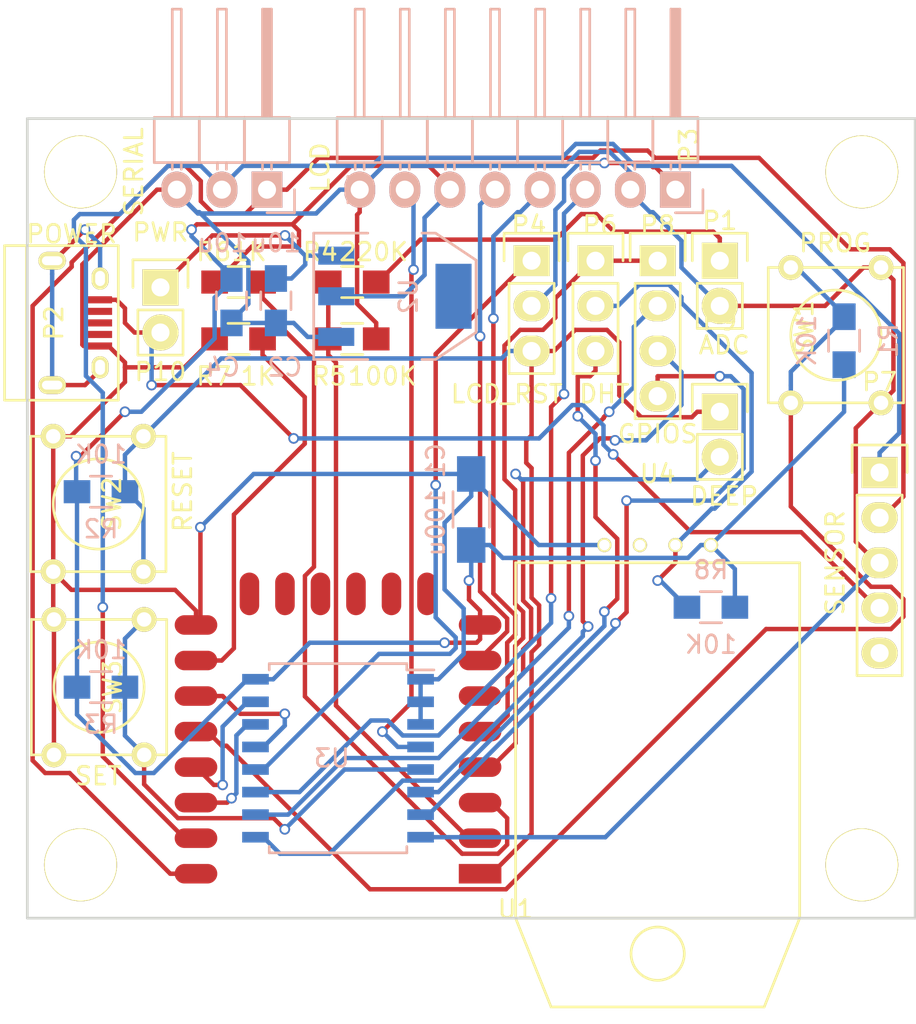
<source format=kicad_pcb>
(kicad_pcb (version 4) (host pcbnew no-vcs-found-product)

  (general
    (links 79)
    (no_connects 0)
    (area 39.424999 30.924999 89.575001 76.075001)
    (thickness 1.6)
    (drawings 4)
    (tracks 563)
    (zones 0)
    (modules 32)
    (nets 31)
  )

  (page A4)
  (layers
    (0 F.Cu signal)
    (31 B.Cu signal)
    (32 B.Adhes user)
    (33 F.Adhes user)
    (34 B.Paste user)
    (35 F.Paste user)
    (36 B.SilkS user)
    (37 F.SilkS user)
    (38 B.Mask user)
    (39 F.Mask user)
    (40 Dwgs.User user)
    (41 Cmts.User user)
    (42 Eco1.User user)
    (43 Eco2.User user)
    (44 Edge.Cuts user)
    (45 Margin user)
    (46 B.CrtYd user)
    (47 F.CrtYd user)
    (48 B.Fab user)
    (49 F.Fab user)
  )

  (setup
    (last_trace_width 0.25)
    (trace_clearance 0.2)
    (zone_clearance 0.508)
    (zone_45_only no)
    (trace_min 0.2)
    (segment_width 0.2)
    (edge_width 0.15)
    (via_size 0.6)
    (via_drill 0.4)
    (via_min_size 0.4)
    (via_min_drill 0.3)
    (uvia_size 0.3)
    (uvia_drill 0.1)
    (uvias_allowed no)
    (uvia_min_size 0.2)
    (uvia_min_drill 0.1)
    (pcb_text_width 0.3)
    (pcb_text_size 1.5 1.5)
    (mod_edge_width 0.15)
    (mod_text_size 1 1)
    (mod_text_width 0.15)
    (pad_size 1.524 1.524)
    (pad_drill 0.762)
    (pad_to_mask_clearance 0.2)
    (aux_axis_origin 0 0)
    (visible_elements FFFFEF7F)
    (pcbplotparams
      (layerselection 0x00030_ffffffff)
      (usegerberextensions false)
      (excludeedgelayer true)
      (linewidth 0.100000)
      (plotframeref false)
      (viasonmask false)
      (mode 1)
      (useauxorigin false)
      (hpglpennumber 1)
      (hpglpenspeed 20)
      (hpglpendiameter 15)
      (psnegative false)
      (psa4output false)
      (plotreference true)
      (plotvalue true)
      (plotinvisibletext false)
      (padsonsilk false)
      (subtractmaskfromsilk false)
      (outputformat 1)
      (mirror false)
      (drillshape 1)
      (scaleselection 1)
      (outputdirectory ""))
  )

  (net 0 "")
  (net 1 +3V3)
  (net 2 GND)
  (net 3 +5V)
  (net 4 "Net-(P1-Pad1)")
  (net 5 "Net-(P2-Pad6)")
  (net 6 "Net-(P3-Pad1)")
  (net 7 "Net-(P3-Pad3)")
  (net 8 "Net-(P3-Pad4)")
  (net 9 "Net-(P3-Pad5)")
  (net 10 LIGHT)
  (net 11 "Net-(P4-Pad1)")
  (net 12 RESET)
  (net 13 TX)
  (net 14 RX)
  (net 15 DHT_GPIO)
  (net 16 "Net-(P6-Pad2)")
  (net 17 DHT_EXT)
  (net 18 ADC)
  (net 19 P5)
  (net 20 P4)
  (net 21 P3)
  (net 22 PROG)
  (net 23 SET)
  (net 24 "Net-(R6-Pad1)")
  (net 25 "Net-(R7-Pad1)")
  (net 26 "Net-(U1-Pad17)")
  (net 27 "Net-(U1-Pad19)")
  (net 28 "Net-(U1-Pad20)")
  (net 29 GPIO16)
  (net 30 "Net-(C2-Pad1)")

  (net_class Default "This is the default net class."
    (clearance 0.2)
    (trace_width 0.25)
    (via_dia 0.6)
    (via_drill 0.4)
    (uvia_dia 0.3)
    (uvia_drill 0.1)
    (add_net +3V3)
    (add_net +5V)
    (add_net ADC)
    (add_net DHT_EXT)
    (add_net DHT_GPIO)
    (add_net GND)
    (add_net GPIO16)
    (add_net LIGHT)
    (add_net "Net-(C2-Pad1)")
    (add_net "Net-(P1-Pad1)")
    (add_net "Net-(P2-Pad6)")
    (add_net "Net-(P3-Pad1)")
    (add_net "Net-(P3-Pad3)")
    (add_net "Net-(P3-Pad4)")
    (add_net "Net-(P3-Pad5)")
    (add_net "Net-(P4-Pad1)")
    (add_net "Net-(P6-Pad2)")
    (add_net "Net-(R6-Pad1)")
    (add_net "Net-(R7-Pad1)")
    (add_net "Net-(U1-Pad17)")
    (add_net "Net-(U1-Pad19)")
    (add_net "Net-(U1-Pad20)")
    (add_net P3)
    (add_net P4)
    (add_net P5)
    (add_net PROG)
    (add_net RESET)
    (add_net RX)
    (add_net SET)
    (add_net TX)
  )

  (module Capacitors_SMD:C_1206_HandSoldering (layer B.Cu) (tedit 56EECACC) (tstamp 56EC760B)
    (at 64.5 53 90)
    (descr "Capacitor SMD 1206, hand soldering")
    (tags "capacitor 1206")
    (path /56EB8265)
    (attr smd)
    (fp_text reference C1 (at 2.75 -2 90) (layer B.SilkS)
      (effects (font (size 1 1) (thickness 0.15)) (justify mirror))
    )
    (fp_text value 100u (at -0.75 -2 90) (layer B.SilkS)
      (effects (font (size 1 1) (thickness 0.15)) (justify mirror))
    )
    (fp_line (start -3.3 1.15) (end 3.3 1.15) (layer B.CrtYd) (width 0.05))
    (fp_line (start -3.3 -1.15) (end 3.3 -1.15) (layer B.CrtYd) (width 0.05))
    (fp_line (start -3.3 1.15) (end -3.3 -1.15) (layer B.CrtYd) (width 0.05))
    (fp_line (start 3.3 1.15) (end 3.3 -1.15) (layer B.CrtYd) (width 0.05))
    (fp_line (start 1 1.025) (end -1 1.025) (layer B.SilkS) (width 0.15))
    (fp_line (start -1 -1.025) (end 1 -1.025) (layer B.SilkS) (width 0.15))
    (pad 1 smd rect (at -2 0 90) (size 2 1.6) (layers B.Cu B.Paste B.Mask)
      (net 1 +3V3))
    (pad 2 smd rect (at 2 0 90) (size 2 1.6) (layers B.Cu B.Paste B.Mask)
      (net 2 GND))
    (model Capacitors_SMD.3dshapes/C_1206_HandSoldering.wrl
      (at (xyz 0 0 0))
      (scale (xyz 1 1 1))
      (rotate (xyz 0 0 0))
    )
  )

  (module Capacitors_SMD:C_0805_HandSoldering (layer B.Cu) (tedit 56EECAC3) (tstamp 56EC7617)
    (at 53.5 41.25 270)
    (descr "Capacitor SMD 0805, hand soldering")
    (tags "capacitor 0805")
    (path /56EB38E0)
    (attr smd)
    (fp_text reference C2 (at 3.75 -0.5 360) (layer B.SilkS)
      (effects (font (size 1 1) (thickness 0.15)) (justify mirror))
    )
    (fp_text value 10u (at -3.25 0 360) (layer B.SilkS)
      (effects (font (size 1 1) (thickness 0.15)) (justify mirror))
    )
    (fp_line (start -2.3 1) (end 2.3 1) (layer B.CrtYd) (width 0.05))
    (fp_line (start -2.3 -1) (end 2.3 -1) (layer B.CrtYd) (width 0.05))
    (fp_line (start -2.3 1) (end -2.3 -1) (layer B.CrtYd) (width 0.05))
    (fp_line (start 2.3 1) (end 2.3 -1) (layer B.CrtYd) (width 0.05))
    (fp_line (start 0.5 0.85) (end -0.5 0.85) (layer B.SilkS) (width 0.15))
    (fp_line (start -0.5 -0.85) (end 0.5 -0.85) (layer B.SilkS) (width 0.15))
    (pad 1 smd rect (at -1.25 0 270) (size 1.5 1.25) (layers B.Cu B.Paste B.Mask)
      (net 30 "Net-(C2-Pad1)"))
    (pad 2 smd rect (at 1.25 0 270) (size 1.5 1.25) (layers B.Cu B.Paste B.Mask)
      (net 2 GND))
    (model Capacitors_SMD.3dshapes/C_0805_HandSoldering.wrl
      (at (xyz 0 0 0))
      (scale (xyz 1 1 1))
      (rotate (xyz 0 0 0))
    )
  )

  (module Pin_Headers:Pin_Header_Straight_1x02 (layer F.Cu) (tedit 56EEC7F8) (tstamp 56EC7634)
    (at 78.5 39)
    (descr "Through hole pin header")
    (tags "pin header")
    (path /56EB7D07)
    (fp_text reference P1 (at 0 -2.25) (layer F.SilkS)
      (effects (font (size 1 1) (thickness 0.15)))
    )
    (fp_text value ADC (at 0.25 4.75) (layer F.SilkS)
      (effects (font (size 1 1) (thickness 0.15)))
    )
    (fp_line (start 1.27 1.27) (end 1.27 3.81) (layer F.SilkS) (width 0.15))
    (fp_line (start 1.55 -1.55) (end 1.55 0) (layer F.SilkS) (width 0.15))
    (fp_line (start -1.75 -1.75) (end -1.75 4.3) (layer F.CrtYd) (width 0.05))
    (fp_line (start 1.75 -1.75) (end 1.75 4.3) (layer F.CrtYd) (width 0.05))
    (fp_line (start -1.75 -1.75) (end 1.75 -1.75) (layer F.CrtYd) (width 0.05))
    (fp_line (start -1.75 4.3) (end 1.75 4.3) (layer F.CrtYd) (width 0.05))
    (fp_line (start 1.27 1.27) (end -1.27 1.27) (layer F.SilkS) (width 0.15))
    (fp_line (start -1.55 0) (end -1.55 -1.55) (layer F.SilkS) (width 0.15))
    (fp_line (start -1.55 -1.55) (end 1.55 -1.55) (layer F.SilkS) (width 0.15))
    (fp_line (start -1.27 1.27) (end -1.27 3.81) (layer F.SilkS) (width 0.15))
    (fp_line (start -1.27 3.81) (end 1.27 3.81) (layer F.SilkS) (width 0.15))
    (pad 1 thru_hole rect (at 0 0) (size 2.032 2.032) (drill 1.016) (layers *.Cu *.Mask F.SilkS)
      (net 4 "Net-(P1-Pad1)"))
    (pad 2 thru_hole oval (at 0 2.54) (size 2.032 2.032) (drill 1.016) (layers *.Cu *.Mask F.SilkS)
      (net 2 GND))
    (model Pin_Headers.3dshapes/Pin_Header_Straight_1x02.wrl
      (at (xyz 0 -0.05 0))
      (scale (xyz 1 1 1))
      (rotate (xyz 0 0 90))
    )
  )

  (module Connect:USB_Micro-B (layer F.Cu) (tedit 56EEC827) (tstamp 56EC764A)
    (at 42.03746 42.5 270)
    (descr "Micro USB Type B Receptacle")
    (tags "USB USB_B USB_micro USB_OTG")
    (path /56EB3677)
    (attr smd)
    (fp_text reference P2 (at 0 1.03746 270) (layer F.SilkS)
      (effects (font (size 1 1) (thickness 0.15)))
    )
    (fp_text value POWER (at -5 0.03746 360) (layer F.SilkS)
      (effects (font (size 1 1) (thickness 0.15)))
    )
    (fp_line (start -4.6 -2.8) (end 4.6 -2.8) (layer F.CrtYd) (width 0.05))
    (fp_line (start 4.6 -2.8) (end 4.6 4.05) (layer F.CrtYd) (width 0.05))
    (fp_line (start 4.6 4.05) (end -4.6 4.05) (layer F.CrtYd) (width 0.05))
    (fp_line (start -4.6 4.05) (end -4.6 -2.8) (layer F.CrtYd) (width 0.05))
    (fp_line (start -4.3509 3.81746) (end 4.3491 3.81746) (layer F.SilkS) (width 0.15))
    (fp_line (start -4.3509 -2.58754) (end 4.3491 -2.58754) (layer F.SilkS) (width 0.15))
    (fp_line (start 4.3491 -2.58754) (end 4.3491 3.81746) (layer F.SilkS) (width 0.15))
    (fp_line (start 4.3491 2.58746) (end -4.3509 2.58746) (layer F.SilkS) (width 0.15))
    (fp_line (start -4.3509 3.81746) (end -4.3509 -2.58754) (layer F.SilkS) (width 0.15))
    (pad 1 smd rect (at -1.3009 -1.56254) (size 1.35 0.4) (layers F.Cu F.Paste F.Mask)
      (net 3 +5V))
    (pad 2 smd rect (at -0.6509 -1.56254) (size 1.35 0.4) (layers F.Cu F.Paste F.Mask))
    (pad 3 smd rect (at -0.0009 -1.56254) (size 1.35 0.4) (layers F.Cu F.Paste F.Mask))
    (pad 4 smd rect (at 0.6491 -1.56254) (size 1.35 0.4) (layers F.Cu F.Paste F.Mask))
    (pad 5 smd rect (at 1.2991 -1.56254) (size 1.35 0.4) (layers F.Cu F.Paste F.Mask)
      (net 2 GND))
    (pad 6 thru_hole oval (at -2.5009 -1.56254) (size 0.95 1.25) (drill oval 0.55 0.85) (layers *.Cu *.Mask F.SilkS)
      (net 5 "Net-(P2-Pad6)"))
    (pad 6 thru_hole oval (at 2.4991 -1.56254) (size 0.95 1.25) (drill oval 0.55 0.85) (layers *.Cu *.Mask F.SilkS)
      (net 5 "Net-(P2-Pad6)"))
    (pad 6 thru_hole oval (at -3.5009 1.13746) (size 1.55 1) (drill oval 1.15 0.5) (layers *.Cu *.Mask F.SilkS)
      (net 5 "Net-(P2-Pad6)"))
    (pad 6 thru_hole oval (at 3.4991 1.13746) (size 1.55 1) (drill oval 1.15 0.5) (layers *.Cu *.Mask F.SilkS)
      (net 5 "Net-(P2-Pad6)"))
  )

  (module Pin_Headers:Pin_Header_Angled_1x08 (layer B.Cu) (tedit 56EECB44) (tstamp 56EC76A9)
    (at 76 35 90)
    (descr "Through hole pin header")
    (tags "pin header")
    (path /56EB066C)
    (fp_text reference P3 (at 2.5 0.75 270) (layer F.SilkS)
      (effects (font (size 1 1) (thickness 0.15)))
    )
    (fp_text value LCD (at 1.25 -20 270) (layer F.SilkS)
      (effects (font (size 1 1) (thickness 0.15)))
    )
    (fp_line (start -1.5 1.75) (end -1.5 -19.55) (layer B.CrtYd) (width 0.05))
    (fp_line (start 10.65 1.75) (end 10.65 -19.55) (layer B.CrtYd) (width 0.05))
    (fp_line (start -1.5 1.75) (end 10.65 1.75) (layer B.CrtYd) (width 0.05))
    (fp_line (start -1.5 -19.55) (end 10.65 -19.55) (layer B.CrtYd) (width 0.05))
    (fp_line (start -1.3 1.55) (end -1.3 0) (layer B.SilkS) (width 0.15))
    (fp_line (start 0 1.55) (end -1.3 1.55) (layer B.SilkS) (width 0.15))
    (fp_line (start 4.191 0.127) (end 10.033 0.127) (layer B.SilkS) (width 0.15))
    (fp_line (start 10.033 0.127) (end 10.033 -0.127) (layer B.SilkS) (width 0.15))
    (fp_line (start 10.033 -0.127) (end 4.191 -0.127) (layer B.SilkS) (width 0.15))
    (fp_line (start 4.191 -0.127) (end 4.191 0) (layer B.SilkS) (width 0.15))
    (fp_line (start 4.191 0) (end 10.033 0) (layer B.SilkS) (width 0.15))
    (fp_line (start 1.524 -17.526) (end 1.143 -17.526) (layer B.SilkS) (width 0.15))
    (fp_line (start 1.524 -18.034) (end 1.143 -18.034) (layer B.SilkS) (width 0.15))
    (fp_line (start 1.524 0.254) (end 1.143 0.254) (layer B.SilkS) (width 0.15))
    (fp_line (start 1.524 -0.254) (end 1.143 -0.254) (layer B.SilkS) (width 0.15))
    (fp_line (start 1.524 -2.286) (end 1.143 -2.286) (layer B.SilkS) (width 0.15))
    (fp_line (start 1.524 -2.794) (end 1.143 -2.794) (layer B.SilkS) (width 0.15))
    (fp_line (start 1.524 -4.826) (end 1.143 -4.826) (layer B.SilkS) (width 0.15))
    (fp_line (start 1.524 -5.334) (end 1.143 -5.334) (layer B.SilkS) (width 0.15))
    (fp_line (start 1.524 -15.494) (end 1.143 -15.494) (layer B.SilkS) (width 0.15))
    (fp_line (start 1.524 -14.986) (end 1.143 -14.986) (layer B.SilkS) (width 0.15))
    (fp_line (start 1.524 -12.954) (end 1.143 -12.954) (layer B.SilkS) (width 0.15))
    (fp_line (start 1.524 -12.446) (end 1.143 -12.446) (layer B.SilkS) (width 0.15))
    (fp_line (start 1.524 -10.414) (end 1.143 -10.414) (layer B.SilkS) (width 0.15))
    (fp_line (start 1.524 -9.906) (end 1.143 -9.906) (layer B.SilkS) (width 0.15))
    (fp_line (start 1.524 -7.874) (end 1.143 -7.874) (layer B.SilkS) (width 0.15))
    (fp_line (start 1.524 -7.366) (end 1.143 -7.366) (layer B.SilkS) (width 0.15))
    (fp_line (start 1.524 -13.97) (end 4.064 -13.97) (layer B.SilkS) (width 0.15))
    (fp_line (start 1.524 -13.97) (end 1.524 -16.51) (layer B.SilkS) (width 0.15))
    (fp_line (start 1.524 -16.51) (end 4.064 -16.51) (layer B.SilkS) (width 0.15))
    (fp_line (start 4.064 -14.986) (end 10.16 -14.986) (layer B.SilkS) (width 0.15))
    (fp_line (start 10.16 -14.986) (end 10.16 -15.494) (layer B.SilkS) (width 0.15))
    (fp_line (start 10.16 -15.494) (end 4.064 -15.494) (layer B.SilkS) (width 0.15))
    (fp_line (start 4.064 -16.51) (end 4.064 -13.97) (layer B.SilkS) (width 0.15))
    (fp_line (start 4.064 -19.05) (end 4.064 -16.51) (layer B.SilkS) (width 0.15))
    (fp_line (start 10.16 -18.034) (end 4.064 -18.034) (layer B.SilkS) (width 0.15))
    (fp_line (start 10.16 -17.526) (end 10.16 -18.034) (layer B.SilkS) (width 0.15))
    (fp_line (start 4.064 -17.526) (end 10.16 -17.526) (layer B.SilkS) (width 0.15))
    (fp_line (start 1.524 -16.51) (end 1.524 -19.05) (layer B.SilkS) (width 0.15))
    (fp_line (start 1.524 -16.51) (end 4.064 -16.51) (layer B.SilkS) (width 0.15))
    (fp_line (start 1.524 -19.05) (end 4.064 -19.05) (layer B.SilkS) (width 0.15))
    (fp_line (start 1.524 1.27) (end 4.064 1.27) (layer B.SilkS) (width 0.15))
    (fp_line (start 1.524 -1.27) (end 4.064 -1.27) (layer B.SilkS) (width 0.15))
    (fp_line (start 1.524 -1.27) (end 1.524 -3.81) (layer B.SilkS) (width 0.15))
    (fp_line (start 1.524 -3.81) (end 4.064 -3.81) (layer B.SilkS) (width 0.15))
    (fp_line (start 4.064 -2.286) (end 10.16 -2.286) (layer B.SilkS) (width 0.15))
    (fp_line (start 10.16 -2.286) (end 10.16 -2.794) (layer B.SilkS) (width 0.15))
    (fp_line (start 10.16 -2.794) (end 4.064 -2.794) (layer B.SilkS) (width 0.15))
    (fp_line (start 4.064 -3.81) (end 4.064 -1.27) (layer B.SilkS) (width 0.15))
    (fp_line (start 4.064 -1.27) (end 4.064 1.27) (layer B.SilkS) (width 0.15))
    (fp_line (start 10.16 -0.254) (end 4.064 -0.254) (layer B.SilkS) (width 0.15))
    (fp_line (start 10.16 0.254) (end 10.16 -0.254) (layer B.SilkS) (width 0.15))
    (fp_line (start 4.064 0.254) (end 10.16 0.254) (layer B.SilkS) (width 0.15))
    (fp_line (start 1.524 -1.27) (end 4.064 -1.27) (layer B.SilkS) (width 0.15))
    (fp_line (start 1.524 1.27) (end 1.524 -1.27) (layer B.SilkS) (width 0.15))
    (fp_line (start 1.524 -8.89) (end 4.064 -8.89) (layer B.SilkS) (width 0.15))
    (fp_line (start 1.524 -8.89) (end 1.524 -11.43) (layer B.SilkS) (width 0.15))
    (fp_line (start 1.524 -11.43) (end 4.064 -11.43) (layer B.SilkS) (width 0.15))
    (fp_line (start 4.064 -9.906) (end 10.16 -9.906) (layer B.SilkS) (width 0.15))
    (fp_line (start 10.16 -9.906) (end 10.16 -10.414) (layer B.SilkS) (width 0.15))
    (fp_line (start 10.16 -10.414) (end 4.064 -10.414) (layer B.SilkS) (width 0.15))
    (fp_line (start 4.064 -11.43) (end 4.064 -8.89) (layer B.SilkS) (width 0.15))
    (fp_line (start 4.064 -13.97) (end 4.064 -11.43) (layer B.SilkS) (width 0.15))
    (fp_line (start 10.16 -12.954) (end 4.064 -12.954) (layer B.SilkS) (width 0.15))
    (fp_line (start 10.16 -12.446) (end 10.16 -12.954) (layer B.SilkS) (width 0.15))
    (fp_line (start 4.064 -12.446) (end 10.16 -12.446) (layer B.SilkS) (width 0.15))
    (fp_line (start 1.524 -13.97) (end 4.064 -13.97) (layer B.SilkS) (width 0.15))
    (fp_line (start 1.524 -11.43) (end 1.524 -13.97) (layer B.SilkS) (width 0.15))
    (fp_line (start 1.524 -11.43) (end 4.064 -11.43) (layer B.SilkS) (width 0.15))
    (fp_line (start 1.524 -6.35) (end 4.064 -6.35) (layer B.SilkS) (width 0.15))
    (fp_line (start 1.524 -6.35) (end 1.524 -8.89) (layer B.SilkS) (width 0.15))
    (fp_line (start 1.524 -8.89) (end 4.064 -8.89) (layer B.SilkS) (width 0.15))
    (fp_line (start 4.064 -7.366) (end 10.16 -7.366) (layer B.SilkS) (width 0.15))
    (fp_line (start 10.16 -7.366) (end 10.16 -7.874) (layer B.SilkS) (width 0.15))
    (fp_line (start 10.16 -7.874) (end 4.064 -7.874) (layer B.SilkS) (width 0.15))
    (fp_line (start 4.064 -8.89) (end 4.064 -6.35) (layer B.SilkS) (width 0.15))
    (fp_line (start 4.064 -6.35) (end 4.064 -3.81) (layer B.SilkS) (width 0.15))
    (fp_line (start 10.16 -5.334) (end 4.064 -5.334) (layer B.SilkS) (width 0.15))
    (fp_line (start 10.16 -4.826) (end 10.16 -5.334) (layer B.SilkS) (width 0.15))
    (fp_line (start 4.064 -4.826) (end 10.16 -4.826) (layer B.SilkS) (width 0.15))
    (fp_line (start 1.524 -6.35) (end 4.064 -6.35) (layer B.SilkS) (width 0.15))
    (fp_line (start 1.524 -3.81) (end 1.524 -6.35) (layer B.SilkS) (width 0.15))
    (fp_line (start 1.524 -3.81) (end 4.064 -3.81) (layer B.SilkS) (width 0.15))
    (pad 1 thru_hole rect (at 0 0 90) (size 2.032 1.7272) (drill 1.016) (layers *.Cu *.Mask B.SilkS)
      (net 6 "Net-(P3-Pad1)"))
    (pad 2 thru_hole oval (at 0 -2.54 90) (size 2.032 1.7272) (drill 1.016) (layers *.Cu *.Mask B.SilkS)
      (net 2 GND))
    (pad 3 thru_hole oval (at 0 -5.08 90) (size 2.032 1.7272) (drill 1.016) (layers *.Cu *.Mask B.SilkS)
      (net 7 "Net-(P3-Pad3)"))
    (pad 4 thru_hole oval (at 0 -7.62 90) (size 2.032 1.7272) (drill 1.016) (layers *.Cu *.Mask B.SilkS)
      (net 8 "Net-(P3-Pad4)"))
    (pad 5 thru_hole oval (at 0 -10.16 90) (size 2.032 1.7272) (drill 1.016) (layers *.Cu *.Mask B.SilkS)
      (net 9 "Net-(P3-Pad5)"))
    (pad 6 thru_hole oval (at 0 -12.7 90) (size 2.032 1.7272) (drill 1.016) (layers *.Cu *.Mask B.SilkS)
      (net 1 +3V3))
    (pad 7 thru_hole oval (at 0 -15.24 90) (size 2.032 1.7272) (drill 1.016) (layers *.Cu *.Mask B.SilkS)
      (net 10 LIGHT))
    (pad 8 thru_hole oval (at 0 -17.78 90) (size 2.032 1.7272) (drill 1.016) (layers *.Cu *.Mask B.SilkS)
      (net 2 GND))
    (model Pin_Headers.3dshapes/Pin_Header_Angled_1x08.wrl
      (at (xyz 0 -0.35 0))
      (scale (xyz 1 1 1))
      (rotate (xyz 0 0 90))
    )
  )

  (module Pin_Headers:Pin_Header_Straight_1x03 (layer F.Cu) (tedit 56EEC812) (tstamp 56EC76BB)
    (at 67.9 39)
    (descr "Through hole pin header")
    (tags "pin header")
    (path /56EB09E2)
    (fp_text reference P4 (at -0.15 -2) (layer F.SilkS)
      (effects (font (size 1 1) (thickness 0.15)))
    )
    (fp_text value LCD_RST (at -1.4 7.5) (layer F.SilkS)
      (effects (font (size 1 1) (thickness 0.15)))
    )
    (fp_line (start -1.75 -1.75) (end -1.75 6.85) (layer F.CrtYd) (width 0.05))
    (fp_line (start 1.75 -1.75) (end 1.75 6.85) (layer F.CrtYd) (width 0.05))
    (fp_line (start -1.75 -1.75) (end 1.75 -1.75) (layer F.CrtYd) (width 0.05))
    (fp_line (start -1.75 6.85) (end 1.75 6.85) (layer F.CrtYd) (width 0.05))
    (fp_line (start -1.27 1.27) (end -1.27 6.35) (layer F.SilkS) (width 0.15))
    (fp_line (start -1.27 6.35) (end 1.27 6.35) (layer F.SilkS) (width 0.15))
    (fp_line (start 1.27 6.35) (end 1.27 1.27) (layer F.SilkS) (width 0.15))
    (fp_line (start 1.55 -1.55) (end 1.55 0) (layer F.SilkS) (width 0.15))
    (fp_line (start 1.27 1.27) (end -1.27 1.27) (layer F.SilkS) (width 0.15))
    (fp_line (start -1.55 0) (end -1.55 -1.55) (layer F.SilkS) (width 0.15))
    (fp_line (start -1.55 -1.55) (end 1.55 -1.55) (layer F.SilkS) (width 0.15))
    (pad 1 thru_hole rect (at 0 0) (size 2.032 1.7272) (drill 1.016) (layers *.Cu *.Mask F.SilkS)
      (net 11 "Net-(P4-Pad1)"))
    (pad 2 thru_hole oval (at 0 2.54) (size 2.032 1.7272) (drill 1.016) (layers *.Cu *.Mask F.SilkS)
      (net 6 "Net-(P3-Pad1)"))
    (pad 3 thru_hole oval (at 0 5.08) (size 2.032 1.7272) (drill 1.016) (layers *.Cu *.Mask F.SilkS)
      (net 12 RESET))
    (model Pin_Headers.3dshapes/Pin_Header_Straight_1x03.wrl
      (at (xyz 0 -0.1 0))
      (scale (xyz 1 1 1))
      (rotate (xyz 0 0 90))
    )
  )

  (module Pin_Headers:Pin_Header_Angled_1x03 (layer B.Cu) (tedit 56EECB0C) (tstamp 56EC76E8)
    (at 53 35 90)
    (descr "Through hole pin header")
    (tags "pin header")
    (path /56EB03C8)
    (fp_text reference P5 (at 0 5.1 90) (layer B.SilkS)
      (effects (font (size 1 1) (thickness 0.15)) (justify mirror))
    )
    (fp_text value SERIAL (at 1 -7.5 90) (layer F.SilkS)
      (effects (font (size 1 1) (thickness 0.15)))
    )
    (fp_line (start -1.5 1.75) (end -1.5 -6.85) (layer B.CrtYd) (width 0.05))
    (fp_line (start 10.65 1.75) (end 10.65 -6.85) (layer B.CrtYd) (width 0.05))
    (fp_line (start -1.5 1.75) (end 10.65 1.75) (layer B.CrtYd) (width 0.05))
    (fp_line (start -1.5 -6.85) (end 10.65 -6.85) (layer B.CrtYd) (width 0.05))
    (fp_line (start -1.3 1.55) (end -1.3 0) (layer B.SilkS) (width 0.15))
    (fp_line (start 0 1.55) (end -1.3 1.55) (layer B.SilkS) (width 0.15))
    (fp_line (start 4.191 0.127) (end 10.033 0.127) (layer B.SilkS) (width 0.15))
    (fp_line (start 10.033 0.127) (end 10.033 -0.127) (layer B.SilkS) (width 0.15))
    (fp_line (start 10.033 -0.127) (end 4.191 -0.127) (layer B.SilkS) (width 0.15))
    (fp_line (start 4.191 -0.127) (end 4.191 0) (layer B.SilkS) (width 0.15))
    (fp_line (start 4.191 0) (end 10.033 0) (layer B.SilkS) (width 0.15))
    (fp_line (start 1.524 0.254) (end 1.143 0.254) (layer B.SilkS) (width 0.15))
    (fp_line (start 1.524 -0.254) (end 1.143 -0.254) (layer B.SilkS) (width 0.15))
    (fp_line (start 1.524 -2.286) (end 1.143 -2.286) (layer B.SilkS) (width 0.15))
    (fp_line (start 1.524 -2.794) (end 1.143 -2.794) (layer B.SilkS) (width 0.15))
    (fp_line (start 1.524 -4.826) (end 1.143 -4.826) (layer B.SilkS) (width 0.15))
    (fp_line (start 1.524 -5.334) (end 1.143 -5.334) (layer B.SilkS) (width 0.15))
    (fp_line (start 4.064 -1.27) (end 4.064 1.27) (layer B.SilkS) (width 0.15))
    (fp_line (start 10.16 -0.254) (end 4.064 -0.254) (layer B.SilkS) (width 0.15))
    (fp_line (start 10.16 0.254) (end 10.16 -0.254) (layer B.SilkS) (width 0.15))
    (fp_line (start 4.064 0.254) (end 10.16 0.254) (layer B.SilkS) (width 0.15))
    (fp_line (start 1.524 -1.27) (end 4.064 -1.27) (layer B.SilkS) (width 0.15))
    (fp_line (start 1.524 1.27) (end 1.524 -1.27) (layer B.SilkS) (width 0.15))
    (fp_line (start 1.524 1.27) (end 4.064 1.27) (layer B.SilkS) (width 0.15))
    (fp_line (start 1.524 -3.81) (end 4.064 -3.81) (layer B.SilkS) (width 0.15))
    (fp_line (start 1.524 -3.81) (end 1.524 -6.35) (layer B.SilkS) (width 0.15))
    (fp_line (start 4.064 -4.826) (end 10.16 -4.826) (layer B.SilkS) (width 0.15))
    (fp_line (start 10.16 -4.826) (end 10.16 -5.334) (layer B.SilkS) (width 0.15))
    (fp_line (start 10.16 -5.334) (end 4.064 -5.334) (layer B.SilkS) (width 0.15))
    (fp_line (start 4.064 -6.35) (end 4.064 -3.81) (layer B.SilkS) (width 0.15))
    (fp_line (start 4.064 -3.81) (end 4.064 -1.27) (layer B.SilkS) (width 0.15))
    (fp_line (start 10.16 -2.794) (end 4.064 -2.794) (layer B.SilkS) (width 0.15))
    (fp_line (start 10.16 -2.286) (end 10.16 -2.794) (layer B.SilkS) (width 0.15))
    (fp_line (start 4.064 -2.286) (end 10.16 -2.286) (layer B.SilkS) (width 0.15))
    (fp_line (start 1.524 -3.81) (end 4.064 -3.81) (layer B.SilkS) (width 0.15))
    (fp_line (start 1.524 -1.27) (end 1.524 -3.81) (layer B.SilkS) (width 0.15))
    (fp_line (start 1.524 -1.27) (end 4.064 -1.27) (layer B.SilkS) (width 0.15))
    (fp_line (start 1.524 -6.35) (end 4.064 -6.35) (layer B.SilkS) (width 0.15))
    (pad 1 thru_hole rect (at 0 0 90) (size 2.032 1.7272) (drill 1.016) (layers *.Cu *.Mask B.SilkS)
      (net 13 TX))
    (pad 2 thru_hole oval (at 0 -2.54 90) (size 2.032 1.7272) (drill 1.016) (layers *.Cu *.Mask B.SilkS)
      (net 14 RX))
    (pad 3 thru_hole oval (at 0 -5.08 90) (size 2.032 1.7272) (drill 1.016) (layers *.Cu *.Mask B.SilkS)
      (net 2 GND))
    (model Pin_Headers.3dshapes/Pin_Header_Angled_1x03.wrl
      (at (xyz 0 -0.1 0))
      (scale (xyz 1 1 1))
      (rotate (xyz 0 0 90))
    )
  )

  (module Pin_Headers:Pin_Header_Straight_1x03 (layer F.Cu) (tedit 56EEC807) (tstamp 56EC76FA)
    (at 71.5 39)
    (descr "Through hole pin header")
    (tags "pin header")
    (path /56EB5F9E)
    (fp_text reference P6 (at 0.25 -2) (layer F.SilkS)
      (effects (font (size 1 1) (thickness 0.15)))
    )
    (fp_text value DHT (at 0.5 7.5) (layer F.SilkS)
      (effects (font (size 1 1) (thickness 0.15)))
    )
    (fp_line (start -1.75 -1.75) (end -1.75 6.85) (layer F.CrtYd) (width 0.05))
    (fp_line (start 1.75 -1.75) (end 1.75 6.85) (layer F.CrtYd) (width 0.05))
    (fp_line (start -1.75 -1.75) (end 1.75 -1.75) (layer F.CrtYd) (width 0.05))
    (fp_line (start -1.75 6.85) (end 1.75 6.85) (layer F.CrtYd) (width 0.05))
    (fp_line (start -1.27 1.27) (end -1.27 6.35) (layer F.SilkS) (width 0.15))
    (fp_line (start -1.27 6.35) (end 1.27 6.35) (layer F.SilkS) (width 0.15))
    (fp_line (start 1.27 6.35) (end 1.27 1.27) (layer F.SilkS) (width 0.15))
    (fp_line (start 1.55 -1.55) (end 1.55 0) (layer F.SilkS) (width 0.15))
    (fp_line (start 1.27 1.27) (end -1.27 1.27) (layer F.SilkS) (width 0.15))
    (fp_line (start -1.55 0) (end -1.55 -1.55) (layer F.SilkS) (width 0.15))
    (fp_line (start -1.55 -1.55) (end 1.55 -1.55) (layer F.SilkS) (width 0.15))
    (pad 1 thru_hole rect (at 0 0) (size 2.032 1.7272) (drill 1.016) (layers *.Cu *.Mask F.SilkS)
      (net 15 DHT_GPIO))
    (pad 2 thru_hole oval (at 0 2.54) (size 2.032 1.7272) (drill 1.016) (layers *.Cu *.Mask F.SilkS)
      (net 16 "Net-(P6-Pad2)"))
    (pad 3 thru_hole oval (at 0 5.08) (size 2.032 1.7272) (drill 1.016) (layers *.Cu *.Mask F.SilkS)
      (net 17 DHT_EXT))
    (model Pin_Headers.3dshapes/Pin_Header_Straight_1x03.wrl
      (at (xyz 0 -0.1 0))
      (scale (xyz 1 1 1))
      (rotate (xyz 0 0 90))
    )
  )

  (module Pin_Headers:Pin_Header_Straight_1x05 (layer F.Cu) (tedit 56EEC865) (tstamp 56EC770E)
    (at 87.5 50.92)
    (descr "Through hole pin header")
    (tags "pin header")
    (path /56EB2405)
    (fp_text reference P7 (at 0 -5.1) (layer F.SilkS)
      (effects (font (size 1 1) (thickness 0.15)))
    )
    (fp_text value SENSOR (at -2.5 5.08 90) (layer F.SilkS)
      (effects (font (size 1 1) (thickness 0.15)))
    )
    (fp_line (start -1.55 0) (end -1.55 -1.55) (layer F.SilkS) (width 0.15))
    (fp_line (start -1.55 -1.55) (end 1.55 -1.55) (layer F.SilkS) (width 0.15))
    (fp_line (start 1.55 -1.55) (end 1.55 0) (layer F.SilkS) (width 0.15))
    (fp_line (start -1.75 -1.75) (end -1.75 11.95) (layer F.CrtYd) (width 0.05))
    (fp_line (start 1.75 -1.75) (end 1.75 11.95) (layer F.CrtYd) (width 0.05))
    (fp_line (start -1.75 -1.75) (end 1.75 -1.75) (layer F.CrtYd) (width 0.05))
    (fp_line (start -1.75 11.95) (end 1.75 11.95) (layer F.CrtYd) (width 0.05))
    (fp_line (start 1.27 1.27) (end 1.27 11.43) (layer F.SilkS) (width 0.15))
    (fp_line (start 1.27 11.43) (end -1.27 11.43) (layer F.SilkS) (width 0.15))
    (fp_line (start -1.27 11.43) (end -1.27 1.27) (layer F.SilkS) (width 0.15))
    (fp_line (start 1.27 1.27) (end -1.27 1.27) (layer F.SilkS) (width 0.15))
    (pad 1 thru_hole rect (at 0 0) (size 2.032 1.7272) (drill 1.016) (layers *.Cu *.Mask F.SilkS)
      (net 14 RX))
    (pad 2 thru_hole oval (at 0 2.54) (size 2.032 1.7272) (drill 1.016) (layers *.Cu *.Mask F.SilkS)
      (net 13 TX))
    (pad 3 thru_hole oval (at 0 5.08) (size 2.032 1.7272) (drill 1.016) (layers *.Cu *.Mask F.SilkS)
      (net 2 GND))
    (pad 4 thru_hole oval (at 0 7.62) (size 2.032 1.7272) (drill 1.016) (layers *.Cu *.Mask F.SilkS)
      (net 3 +5V))
    (pad 5 thru_hole oval (at 0 10.16) (size 2.032 1.7272) (drill 1.016) (layers *.Cu *.Mask F.SilkS))
    (model Pin_Headers.3dshapes/Pin_Header_Straight_1x05.wrl
      (at (xyz 0 -0.2 0))
      (scale (xyz 1 1 1))
      (rotate (xyz 0 0 90))
    )
  )

  (module Resistors_SMD:R_0805_HandSoldering (layer B.Cu) (tedit 56EECAAA) (tstamp 56EC772E)
    (at 85.5 43.5 90)
    (descr "Resistor SMD 0805, hand soldering")
    (tags "resistor 0805")
    (path /56EB157E)
    (attr smd)
    (fp_text reference R1 (at 0 2.5 90) (layer B.SilkS)
      (effects (font (size 1 1) (thickness 0.15)) (justify mirror))
    )
    (fp_text value 10K (at 0 -2.1 90) (layer B.SilkS)
      (effects (font (size 1 1) (thickness 0.15)) (justify mirror))
    )
    (fp_line (start -2.4 1) (end 2.4 1) (layer B.CrtYd) (width 0.05))
    (fp_line (start -2.4 -1) (end 2.4 -1) (layer B.CrtYd) (width 0.05))
    (fp_line (start -2.4 1) (end -2.4 -1) (layer B.CrtYd) (width 0.05))
    (fp_line (start 2.4 1) (end 2.4 -1) (layer B.CrtYd) (width 0.05))
    (fp_line (start 0.6 -0.875) (end -0.6 -0.875) (layer B.SilkS) (width 0.15))
    (fp_line (start -0.6 0.875) (end 0.6 0.875) (layer B.SilkS) (width 0.15))
    (pad 1 smd rect (at -1.35 0 90) (size 1.5 1.3) (layers B.Cu B.Paste B.Mask)
      (net 1 +3V3))
    (pad 2 smd rect (at 1.35 0 90) (size 1.5 1.3) (layers B.Cu B.Paste B.Mask)
      (net 22 PROG))
    (model Resistors_SMD.3dshapes/R_0805_HandSoldering.wrl
      (at (xyz 0 0 0))
      (scale (xyz 1 1 1))
      (rotate (xyz 0 0 0))
    )
  )

  (module Resistors_SMD:R_0805_HandSoldering (layer B.Cu) (tedit 56EECAD9) (tstamp 56EC773A)
    (at 43.65 52)
    (descr "Resistor SMD 0805, hand soldering")
    (tags "resistor 0805")
    (path /56EB1A91)
    (attr smd)
    (fp_text reference R2 (at 0 2.1) (layer B.SilkS)
      (effects (font (size 1 1) (thickness 0.15)) (justify mirror))
    )
    (fp_text value 10K (at 0 -2.1) (layer B.SilkS)
      (effects (font (size 1 1) (thickness 0.15)) (justify mirror))
    )
    (fp_line (start -2.4 1) (end 2.4 1) (layer B.CrtYd) (width 0.05))
    (fp_line (start -2.4 -1) (end 2.4 -1) (layer B.CrtYd) (width 0.05))
    (fp_line (start -2.4 1) (end -2.4 -1) (layer B.CrtYd) (width 0.05))
    (fp_line (start 2.4 1) (end 2.4 -1) (layer B.CrtYd) (width 0.05))
    (fp_line (start 0.6 -0.875) (end -0.6 -0.875) (layer B.SilkS) (width 0.15))
    (fp_line (start -0.6 0.875) (end 0.6 0.875) (layer B.SilkS) (width 0.15))
    (pad 1 smd rect (at -1.35 0) (size 1.5 1.3) (layers B.Cu B.Paste B.Mask)
      (net 1 +3V3))
    (pad 2 smd rect (at 1.35 0) (size 1.5 1.3) (layers B.Cu B.Paste B.Mask)
      (net 12 RESET))
    (model Resistors_SMD.3dshapes/R_0805_HandSoldering.wrl
      (at (xyz 0 0 0))
      (scale (xyz 1 1 1))
      (rotate (xyz 0 0 0))
    )
  )

  (module Resistors_SMD:R_0805_HandSoldering (layer B.Cu) (tedit 56EECADD) (tstamp 56EC7746)
    (at 43.65 63)
    (descr "Resistor SMD 0805, hand soldering")
    (tags "resistor 0805")
    (path /56EB219D)
    (attr smd)
    (fp_text reference R3 (at 0 2.1) (layer B.SilkS)
      (effects (font (size 1 1) (thickness 0.15)) (justify mirror))
    )
    (fp_text value 10K (at 0 -2.1) (layer B.SilkS)
      (effects (font (size 1 1) (thickness 0.15)) (justify mirror))
    )
    (fp_line (start -2.4 1) (end 2.4 1) (layer B.CrtYd) (width 0.05))
    (fp_line (start -2.4 -1) (end 2.4 -1) (layer B.CrtYd) (width 0.05))
    (fp_line (start -2.4 1) (end -2.4 -1) (layer B.CrtYd) (width 0.05))
    (fp_line (start 2.4 1) (end 2.4 -1) (layer B.CrtYd) (width 0.05))
    (fp_line (start 0.6 -0.875) (end -0.6 -0.875) (layer B.SilkS) (width 0.15))
    (fp_line (start -0.6 0.875) (end 0.6 0.875) (layer B.SilkS) (width 0.15))
    (pad 1 smd rect (at -1.35 0) (size 1.5 1.3) (layers B.Cu B.Paste B.Mask)
      (net 1 +3V3))
    (pad 2 smd rect (at 1.35 0) (size 1.5 1.3) (layers B.Cu B.Paste B.Mask)
      (net 23 SET))
    (model Resistors_SMD.3dshapes/R_0805_HandSoldering.wrl
      (at (xyz 0 0 0))
      (scale (xyz 1 1 1))
      (rotate (xyz 0 0 0))
    )
  )

  (module Resistors_SMD:R_0805_HandSoldering (layer F.Cu) (tedit 56EEC843) (tstamp 56EC7752)
    (at 57.8 40.2 180)
    (descr "Resistor SMD 0805, hand soldering")
    (tags "resistor 0805")
    (path /56EB75CB)
    (attr smd)
    (fp_text reference R4 (at 1.8 1.7 180) (layer F.SilkS)
      (effects (font (size 1 1) (thickness 0.15)))
    )
    (fp_text value 220K (at -1.2 1.7 180) (layer F.SilkS)
      (effects (font (size 1 1) (thickness 0.15)))
    )
    (fp_line (start -2.4 -1) (end 2.4 -1) (layer F.CrtYd) (width 0.05))
    (fp_line (start -2.4 1) (end 2.4 1) (layer F.CrtYd) (width 0.05))
    (fp_line (start -2.4 -1) (end -2.4 1) (layer F.CrtYd) (width 0.05))
    (fp_line (start 2.4 -1) (end 2.4 1) (layer F.CrtYd) (width 0.05))
    (fp_line (start 0.6 0.875) (end -0.6 0.875) (layer F.SilkS) (width 0.15))
    (fp_line (start -0.6 -0.875) (end 0.6 -0.875) (layer F.SilkS) (width 0.15))
    (pad 1 smd rect (at -1.35 0 180) (size 1.5 1.3) (layers F.Cu F.Paste F.Mask)
      (net 4 "Net-(P1-Pad1)"))
    (pad 2 smd rect (at 1.35 0 180) (size 1.5 1.3) (layers F.Cu F.Paste F.Mask)
      (net 18 ADC))
    (model Resistors_SMD.3dshapes/R_0805_HandSoldering.wrl
      (at (xyz 0 0 0))
      (scale (xyz 1 1 1))
      (rotate (xyz 0 0 0))
    )
  )

  (module Resistors_SMD:R_0805_HandSoldering (layer F.Cu) (tedit 56EEC83D) (tstamp 56EC775E)
    (at 57.8 43.4)
    (descr "Resistor SMD 0805, hand soldering")
    (tags "resistor 0805")
    (path /56EB761D)
    (attr smd)
    (fp_text reference R5 (at -1.3 2.1) (layer F.SilkS)
      (effects (font (size 1 1) (thickness 0.15)))
    )
    (fp_text value 100K (at 1.7 2.1) (layer F.SilkS)
      (effects (font (size 1 1) (thickness 0.15)))
    )
    (fp_line (start -2.4 -1) (end 2.4 -1) (layer F.CrtYd) (width 0.05))
    (fp_line (start -2.4 1) (end 2.4 1) (layer F.CrtYd) (width 0.05))
    (fp_line (start -2.4 -1) (end -2.4 1) (layer F.CrtYd) (width 0.05))
    (fp_line (start 2.4 -1) (end 2.4 1) (layer F.CrtYd) (width 0.05))
    (fp_line (start 0.6 0.875) (end -0.6 0.875) (layer F.SilkS) (width 0.15))
    (fp_line (start -0.6 -0.875) (end 0.6 -0.875) (layer F.SilkS) (width 0.15))
    (pad 1 smd rect (at -1.35 0) (size 1.5 1.3) (layers F.Cu F.Paste F.Mask)
      (net 18 ADC))
    (pad 2 smd rect (at 1.35 0) (size 1.5 1.3) (layers F.Cu F.Paste F.Mask)
      (net 2 GND))
    (model Resistors_SMD.3dshapes/R_0805_HandSoldering.wrl
      (at (xyz 0 0 0))
      (scale (xyz 1 1 1))
      (rotate (xyz 0 0 0))
    )
  )

  (module Resistors_SMD:R_0805_HandSoldering (layer F.Cu) (tedit 56EEC838) (tstamp 56EC776A)
    (at 51.4 40.2 180)
    (descr "Resistor SMD 0805, hand soldering")
    (tags "resistor 0805")
    (path /56EB0BAB)
    (attr smd)
    (fp_text reference R6 (at 1.4 1.7 180) (layer F.SilkS)
      (effects (font (size 1 1) (thickness 0.15)))
    )
    (fp_text value 1K (at -0.6 1.7 180) (layer F.SilkS)
      (effects (font (size 1 1) (thickness 0.15)))
    )
    (fp_line (start -2.4 -1) (end 2.4 -1) (layer F.CrtYd) (width 0.05))
    (fp_line (start -2.4 1) (end 2.4 1) (layer F.CrtYd) (width 0.05))
    (fp_line (start -2.4 -1) (end -2.4 1) (layer F.CrtYd) (width 0.05))
    (fp_line (start 2.4 -1) (end 2.4 1) (layer F.CrtYd) (width 0.05))
    (fp_line (start 0.6 0.875) (end -0.6 0.875) (layer F.SilkS) (width 0.15))
    (fp_line (start -0.6 -0.875) (end 0.6 -0.875) (layer F.SilkS) (width 0.15))
    (pad 1 smd rect (at -1.35 0 180) (size 1.5 1.3) (layers F.Cu F.Paste F.Mask)
      (net 24 "Net-(R6-Pad1)"))
    (pad 2 smd rect (at 1.35 0 180) (size 1.5 1.3) (layers F.Cu F.Paste F.Mask)
      (net 1 +3V3))
    (model Resistors_SMD.3dshapes/R_0805_HandSoldering.wrl
      (at (xyz 0 0 0))
      (scale (xyz 1 1 1))
      (rotate (xyz 0 0 0))
    )
  )

  (module Resistors_SMD:R_0805_HandSoldering (layer F.Cu) (tedit 56EEC834) (tstamp 56EC7776)
    (at 51.4 43.4 180)
    (descr "Resistor SMD 0805, hand soldering")
    (tags "resistor 0805")
    (path /56EB0544)
    (attr smd)
    (fp_text reference R7 (at 1.4 -2.1 180) (layer F.SilkS)
      (effects (font (size 1 1) (thickness 0.15)))
    )
    (fp_text value 1K (at -1.1 -2.1 180) (layer F.SilkS)
      (effects (font (size 1 1) (thickness 0.15)))
    )
    (fp_line (start -2.4 -1) (end 2.4 -1) (layer F.CrtYd) (width 0.05))
    (fp_line (start -2.4 1) (end 2.4 1) (layer F.CrtYd) (width 0.05))
    (fp_line (start -2.4 -1) (end -2.4 1) (layer F.CrtYd) (width 0.05))
    (fp_line (start 2.4 -1) (end 2.4 1) (layer F.CrtYd) (width 0.05))
    (fp_line (start 0.6 0.875) (end -0.6 0.875) (layer F.SilkS) (width 0.15))
    (fp_line (start -0.6 -0.875) (end 0.6 -0.875) (layer F.SilkS) (width 0.15))
    (pad 1 smd rect (at -1.35 0 180) (size 1.5 1.3) (layers F.Cu F.Paste F.Mask)
      (net 25 "Net-(R7-Pad1)"))
    (pad 2 smd rect (at 1.35 0 180) (size 1.5 1.3) (layers F.Cu F.Paste F.Mask)
      (net 2 GND))
    (model Resistors_SMD.3dshapes/R_0805_HandSoldering.wrl
      (at (xyz 0 0 0))
      (scale (xyz 1 1 1))
      (rotate (xyz 0 0 0))
    )
  )

  (module Resistors_SMD:R_0805_HandSoldering (layer B.Cu) (tedit 56EECAD2) (tstamp 56EC7782)
    (at 78 58.5 180)
    (descr "Resistor SMD 0805, hand soldering")
    (tags "resistor 0805")
    (path /56EC6E83)
    (attr smd)
    (fp_text reference R8 (at 0 2.1 180) (layer B.SilkS)
      (effects (font (size 1 1) (thickness 0.15)) (justify mirror))
    )
    (fp_text value 10K (at 0 -2.1 180) (layer B.SilkS)
      (effects (font (size 1 1) (thickness 0.15)) (justify mirror))
    )
    (fp_line (start -2.4 1) (end 2.4 1) (layer B.CrtYd) (width 0.05))
    (fp_line (start -2.4 -1) (end 2.4 -1) (layer B.CrtYd) (width 0.05))
    (fp_line (start -2.4 1) (end -2.4 -1) (layer B.CrtYd) (width 0.05))
    (fp_line (start 2.4 1) (end 2.4 -1) (layer B.CrtYd) (width 0.05))
    (fp_line (start 0.6 -0.875) (end -0.6 -0.875) (layer B.SilkS) (width 0.15))
    (fp_line (start -0.6 0.875) (end 0.6 0.875) (layer B.SilkS) (width 0.15))
    (pad 1 smd rect (at -1.35 0 180) (size 1.5 1.3) (layers B.Cu B.Paste B.Mask)
      (net 1 +3V3))
    (pad 2 smd rect (at 1.35 0 180) (size 1.5 1.3) (layers B.Cu B.Paste B.Mask)
      (net 16 "Net-(P6-Pad2)"))
    (model Resistors_SMD.3dshapes/R_0805_HandSoldering.wrl
      (at (xyz 0 0 0))
      (scale (xyz 1 1 1))
      (rotate (xyz 0 0 0))
    )
  )

  (module Buttons_Switches_ThroughHole:SW_PUSH_SMALL (layer F.Cu) (tedit 56EEC869) (tstamp 56EC778F)
    (at 85.04 43.19 90)
    (path /56EB1356)
    (fp_text reference SW1 (at 0.44 -1.79 90) (layer F.SilkS)
      (effects (font (size 1 1) (thickness 0.15)))
    )
    (fp_text value PROG (at 5.19 -0.04 180) (layer F.SilkS)
      (effects (font (size 1 1) (thickness 0.15)))
    )
    (fp_circle (center 0 0) (end 0 -2.54) (layer F.SilkS) (width 0.15))
    (fp_line (start -3.81 -3.81) (end 3.81 -3.81) (layer F.SilkS) (width 0.15))
    (fp_line (start 3.81 -3.81) (end 3.81 3.81) (layer F.SilkS) (width 0.15))
    (fp_line (start 3.81 3.81) (end -3.81 3.81) (layer F.SilkS) (width 0.15))
    (fp_line (start -3.81 -3.81) (end -3.81 3.81) (layer F.SilkS) (width 0.15))
    (pad 1 thru_hole circle (at 3.81 -2.54 90) (size 1.397 1.397) (drill 0.8128) (layers *.Cu *.Mask F.SilkS)
      (net 22 PROG))
    (pad 2 thru_hole circle (at 3.81 2.54 90) (size 1.397 1.397) (drill 0.8128) (layers *.Cu *.Mask F.SilkS)
      (net 2 GND))
    (pad 1 thru_hole circle (at -3.81 -2.54 90) (size 1.397 1.397) (drill 0.8128) (layers *.Cu *.Mask F.SilkS)
      (net 22 PROG))
    (pad 2 thru_hole circle (at -3.81 2.54 90) (size 1.397 1.397) (drill 0.8128) (layers *.Cu *.Mask F.SilkS)
      (net 2 GND))
  )

  (module Buttons_Switches_ThroughHole:SW_PUSH_SMALL (layer F.Cu) (tedit 56EEC820) (tstamp 56EC779C)
    (at 43.5 52.69 270)
    (path /56EB1AC3)
    (fp_text reference SW2 (at 0 -0.762 270) (layer F.SilkS)
      (effects (font (size 1 1) (thickness 0.15)))
    )
    (fp_text value RESET (at -0.69 -4.75 270) (layer F.SilkS)
      (effects (font (size 1 1) (thickness 0.15)))
    )
    (fp_circle (center 0 0) (end 0 -2.54) (layer F.SilkS) (width 0.15))
    (fp_line (start -3.81 -3.81) (end 3.81 -3.81) (layer F.SilkS) (width 0.15))
    (fp_line (start 3.81 -3.81) (end 3.81 3.81) (layer F.SilkS) (width 0.15))
    (fp_line (start 3.81 3.81) (end -3.81 3.81) (layer F.SilkS) (width 0.15))
    (fp_line (start -3.81 -3.81) (end -3.81 3.81) (layer F.SilkS) (width 0.15))
    (pad 1 thru_hole circle (at 3.81 -2.54 270) (size 1.397 1.397) (drill 0.8128) (layers *.Cu *.Mask F.SilkS)
      (net 12 RESET))
    (pad 2 thru_hole circle (at 3.81 2.54 270) (size 1.397 1.397) (drill 0.8128) (layers *.Cu *.Mask F.SilkS)
      (net 2 GND))
    (pad 1 thru_hole circle (at -3.81 -2.54 270) (size 1.397 1.397) (drill 0.8128) (layers *.Cu *.Mask F.SilkS)
      (net 12 RESET))
    (pad 2 thru_hole circle (at -3.81 2.54 270) (size 1.397 1.397) (drill 0.8128) (layers *.Cu *.Mask F.SilkS)
      (net 2 GND))
  )

  (module Buttons_Switches_ThroughHole:SW_PUSH_SMALL (layer F.Cu) (tedit 56EEC860) (tstamp 56EC77A9)
    (at 43.54 63 270)
    (path /56EB1EE7)
    (fp_text reference SW3 (at 0 -0.762 270) (layer F.SilkS)
      (effects (font (size 1 1) (thickness 0.15)))
    )
    (fp_text value SET (at 5 0.04 360) (layer F.SilkS)
      (effects (font (size 1 1) (thickness 0.15)))
    )
    (fp_circle (center 0 0) (end 0 -2.54) (layer F.SilkS) (width 0.15))
    (fp_line (start -3.81 -3.81) (end 3.81 -3.81) (layer F.SilkS) (width 0.15))
    (fp_line (start 3.81 -3.81) (end 3.81 3.81) (layer F.SilkS) (width 0.15))
    (fp_line (start 3.81 3.81) (end -3.81 3.81) (layer F.SilkS) (width 0.15))
    (fp_line (start -3.81 -3.81) (end -3.81 3.81) (layer F.SilkS) (width 0.15))
    (pad 1 thru_hole circle (at 3.81 -2.54 270) (size 1.397 1.397) (drill 0.8128) (layers *.Cu *.Mask F.SilkS)
      (net 23 SET))
    (pad 2 thru_hole circle (at 3.81 2.54 270) (size 1.397 1.397) (drill 0.8128) (layers *.Cu *.Mask F.SilkS)
      (net 2 GND))
    (pad 1 thru_hole circle (at -3.81 -2.54 270) (size 1.397 1.397) (drill 0.8128) (layers *.Cu *.Mask F.SilkS)
      (net 23 SET))
    (pad 2 thru_hole circle (at -3.81 2.54 270) (size 1.397 1.397) (drill 0.8128) (layers *.Cu *.Mask F.SilkS)
      (net 2 GND))
  )

  (module ESP8266:ESP-12E (layer F.Cu) (tedit 559F8D21) (tstamp 56EC77CE)
    (at 65 73.5 180)
    (descr "Module, ESP-8266, ESP-12, 16 pad, SMD")
    (tags "Module ESP-8266 ESP8266")
    (path /56EB02B9)
    (fp_text reference U1 (at -2 -2 180) (layer F.SilkS)
      (effects (font (size 1 1) (thickness 0.15)))
    )
    (fp_text value ESP-12E (at 8 1 180) (layer F.Fab)
      (effects (font (size 1 1) (thickness 0.15)))
    )
    (fp_line (start 16 -8.4) (end 0 -2.6) (layer F.CrtYd) (width 0.1524))
    (fp_line (start 0 -8.4) (end 16 -2.6) (layer F.CrtYd) (width 0.1524))
    (fp_text user "No Copper" (at 7.9 -5.4 180) (layer F.CrtYd)
      (effects (font (size 1 1) (thickness 0.15)))
    )
    (fp_line (start 0 -8.4) (end 0 -2.6) (layer F.CrtYd) (width 0.1524))
    (fp_line (start 0 -2.6) (end 16 -2.6) (layer F.CrtYd) (width 0.1524))
    (fp_line (start 16 -2.6) (end 16 -8.4) (layer F.CrtYd) (width 0.1524))
    (fp_line (start 16 -8.4) (end 0 -8.4) (layer F.CrtYd) (width 0.1524))
    (fp_line (start 16 -8.4) (end 16 15.6) (layer F.Fab) (width 0.1524))
    (fp_line (start 16 15.6) (end 0 15.6) (layer F.Fab) (width 0.1524))
    (fp_line (start 0 15.6) (end 0 -8.4) (layer F.Fab) (width 0.1524))
    (fp_line (start 0 -8.4) (end 16 -8.4) (layer F.Fab) (width 0.1524))
    (pad 9 smd oval (at 2.99 15.75 270) (size 2.4 1.1) (layers F.Cu F.Paste F.Mask))
    (pad 10 smd oval (at 4.99 15.75 270) (size 2.4 1.1) (layers F.Cu F.Paste F.Mask))
    (pad 11 smd oval (at 6.99 15.75 270) (size 2.4 1.1) (layers F.Cu F.Paste F.Mask))
    (pad 12 smd oval (at 8.99 15.75 270) (size 2.4 1.1) (layers F.Cu F.Paste F.Mask))
    (pad 13 smd oval (at 10.99 15.75 270) (size 2.4 1.1) (layers F.Cu F.Paste F.Mask))
    (pad 14 smd oval (at 12.99 15.75 270) (size 2.4 1.1) (layers F.Cu F.Paste F.Mask))
    (pad 1 smd rect (at 0 0 180) (size 2.4 1.1) (layers F.Cu F.Paste F.Mask)
      (net 12 RESET))
    (pad 2 smd oval (at 0 2 180) (size 2.4 1.1) (layers F.Cu F.Paste F.Mask)
      (net 18 ADC))
    (pad 3 smd oval (at 0 4 180) (size 2.4 1.1) (layers F.Cu F.Paste F.Mask)
      (net 24 "Net-(R6-Pad1)"))
    (pad 4 smd oval (at 0 6 180) (size 2.4 1.1) (layers F.Cu F.Paste F.Mask)
      (net 29 GPIO16))
    (pad 5 smd oval (at 0 8 180) (size 2.4 1.1) (layers F.Cu F.Paste F.Mask)
      (net 15 DHT_GPIO))
    (pad 6 smd oval (at 0 10 180) (size 2.4 1.1) (layers F.Cu F.Paste F.Mask)
      (net 8 "Net-(P3-Pad4)"))
    (pad 7 smd oval (at 0 12 180) (size 2.4 1.1) (layers F.Cu F.Paste F.Mask)
      (net 9 "Net-(P3-Pad5)"))
    (pad 8 smd oval (at 0 14 180) (size 2.4 1.1) (layers F.Cu F.Paste F.Mask)
      (net 1 +3V3))
    (pad 15 smd oval (at 16 14 180) (size 2.4 1.1) (layers F.Cu F.Paste F.Mask)
      (net 2 GND))
    (pad 16 smd oval (at 16 12 180) (size 2.4 1.1) (layers F.Cu F.Paste F.Mask)
      (net 25 "Net-(R7-Pad1)"))
    (pad 17 smd oval (at 16 10 180) (size 2.4 1.1) (layers F.Cu F.Paste F.Mask)
      (net 26 "Net-(U1-Pad17)"))
    (pad 18 smd oval (at 16 8 180) (size 2.4 1.1) (layers F.Cu F.Paste F.Mask)
      (net 22 PROG))
    (pad 19 smd oval (at 16 6 180) (size 2.4 1.1) (layers F.Cu F.Paste F.Mask)
      (net 27 "Net-(U1-Pad19)"))
    (pad 20 smd oval (at 16 4 180) (size 2.4 1.1) (layers F.Cu F.Paste F.Mask)
      (net 28 "Net-(U1-Pad20)"))
    (pad 21 smd oval (at 16 2 180) (size 2.4 1.1) (layers F.Cu F.Paste F.Mask)
      (net 14 RX))
    (pad 22 smd oval (at 16 0 180) (size 2.4 1.1) (layers F.Cu F.Paste F.Mask)
      (net 13 TX))
    (model ${ESPLIB}/ESP8266.3dshapes/ESP-12.wrl
      (at (xyz 0.04 0 0))
      (scale (xyz 0.3937 0.3937 0.3937))
      (rotate (xyz 0 0 0))
    )
  )

  (module TO_SOT_Packages_SMD:SOT-223 (layer B.Cu) (tedit 0) (tstamp 56EC77DE)
    (at 60.202 41 90)
    (descr "module CMS SOT223 4 pins")
    (tags "CMS SOT")
    (path /56EB333B)
    (attr smd)
    (fp_text reference U2 (at 0 0.762 90) (layer B.SilkS)
      (effects (font (size 1 1) (thickness 0.15)) (justify mirror))
    )
    (fp_text value AP1117 (at 0 -0.762 90) (layer B.Fab)
      (effects (font (size 1 1) (thickness 0.15)) (justify mirror))
    )
    (fp_line (start -3.556 -1.524) (end -3.556 -4.572) (layer B.SilkS) (width 0.15))
    (fp_line (start -3.556 -4.572) (end 3.556 -4.572) (layer B.SilkS) (width 0.15))
    (fp_line (start 3.556 -4.572) (end 3.556 -1.524) (layer B.SilkS) (width 0.15))
    (fp_line (start -3.556 1.524) (end -3.556 2.286) (layer B.SilkS) (width 0.15))
    (fp_line (start -3.556 2.286) (end -2.032 4.572) (layer B.SilkS) (width 0.15))
    (fp_line (start -2.032 4.572) (end 2.032 4.572) (layer B.SilkS) (width 0.15))
    (fp_line (start 2.032 4.572) (end 3.556 2.286) (layer B.SilkS) (width 0.15))
    (fp_line (start 3.556 2.286) (end 3.556 1.524) (layer B.SilkS) (width 0.15))
    (pad 4 smd rect (at 0 3.302 90) (size 3.6576 2.032) (layers B.Cu B.Paste B.Mask))
    (pad 2 smd rect (at 0 -3.302 90) (size 1.016 2.032) (layers B.Cu B.Paste B.Mask)
      (net 1 +3V3))
    (pad 3 smd rect (at 2.286 -3.302 90) (size 1.016 2.032) (layers B.Cu B.Paste B.Mask)
      (net 30 "Net-(C2-Pad1)"))
    (pad 1 smd rect (at -2.286 -3.302 90) (size 1.016 2.032) (layers B.Cu B.Paste B.Mask)
      (net 2 GND))
    (model TO_SOT_Packages_SMD.3dshapes/SOT-223.wrl
      (at (xyz 0 0 0))
      (scale (xyz 0.4 0.4 0.4))
      (rotate (xyz 0 0 0))
    )
  )

  (module Housings_SOIC:SOIC-16_7.5x10.3mm_Pitch1.27mm (layer B.Cu) (tedit 54130A77) (tstamp 56EC77FD)
    (at 57 67 180)
    (descr "16-Lead Plastic Small Outline (SO) - Wide, 7.50 mm Body [SOIC] (see Microchip Packaging Specification 00000049BS.pdf)")
    (tags "SOIC 1.27")
    (path /56EB0326)
    (attr smd)
    (fp_text reference U3 (at 0.35 0 180) (layer B.SilkS)
      (effects (font (size 1 1) (thickness 0.15)) (justify mirror))
    )
    (fp_text value PCF8574 (at 0 -6.25 180) (layer B.Fab)
      (effects (font (size 1 1) (thickness 0.15)) (justify mirror))
    )
    (fp_line (start -5.65 5.5) (end -5.65 -5.5) (layer B.CrtYd) (width 0.05))
    (fp_line (start 5.65 5.5) (end 5.65 -5.5) (layer B.CrtYd) (width 0.05))
    (fp_line (start -5.65 5.5) (end 5.65 5.5) (layer B.CrtYd) (width 0.05))
    (fp_line (start -5.65 -5.5) (end 5.65 -5.5) (layer B.CrtYd) (width 0.05))
    (fp_line (start -3.875 5.325) (end -3.875 4.97) (layer B.SilkS) (width 0.15))
    (fp_line (start 3.875 5.325) (end 3.875 4.97) (layer B.SilkS) (width 0.15))
    (fp_line (start 3.875 -5.325) (end 3.875 -4.97) (layer B.SilkS) (width 0.15))
    (fp_line (start -3.875 -5.325) (end -3.875 -4.97) (layer B.SilkS) (width 0.15))
    (fp_line (start -3.875 5.325) (end 3.875 5.325) (layer B.SilkS) (width 0.15))
    (fp_line (start -3.875 -5.325) (end 3.875 -5.325) (layer B.SilkS) (width 0.15))
    (fp_line (start -3.875 4.97) (end -5.4 4.97) (layer B.SilkS) (width 0.15))
    (pad 1 smd rect (at -4.65 4.445 180) (size 1.5 0.6) (layers B.Cu B.Paste B.Mask)
      (net 2 GND))
    (pad 2 smd rect (at -4.65 3.175 180) (size 1.5 0.6) (layers B.Cu B.Paste B.Mask)
      (net 2 GND))
    (pad 3 smd rect (at -4.65 1.905 180) (size 1.5 0.6) (layers B.Cu B.Paste B.Mask)
      (net 2 GND))
    (pad 4 smd rect (at -4.65 0.635 180) (size 1.5 0.6) (layers B.Cu B.Paste B.Mask)
      (net 10 LIGHT))
    (pad 5 smd rect (at -4.65 -0.635 180) (size 1.5 0.6) (layers B.Cu B.Paste B.Mask)
      (net 23 SET))
    (pad 6 smd rect (at -4.65 -1.905 180) (size 1.5 0.6) (layers B.Cu B.Paste B.Mask)
      (net 17 DHT_EXT))
    (pad 7 smd rect (at -4.65 -3.175 180) (size 1.5 0.6) (layers B.Cu B.Paste B.Mask)
      (net 21 P3))
    (pad 8 smd rect (at -4.65 -4.445 180) (size 1.5 0.6) (layers B.Cu B.Paste B.Mask)
      (net 2 GND))
    (pad 9 smd rect (at 4.65 -4.445 180) (size 1.5 0.6) (layers B.Cu B.Paste B.Mask)
      (net 20 P4))
    (pad 10 smd rect (at 4.65 -3.175 180) (size 1.5 0.6) (layers B.Cu B.Paste B.Mask)
      (net 19 P5))
    (pad 11 smd rect (at 4.65 -1.905 180) (size 1.5 0.6) (layers B.Cu B.Paste B.Mask)
      (net 7 "Net-(P3-Pad3)"))
    (pad 12 smd rect (at 4.65 -0.635 180) (size 1.5 0.6) (layers B.Cu B.Paste B.Mask)
      (net 11 "Net-(P4-Pad1)"))
    (pad 13 smd rect (at 4.65 0.635 180) (size 1.5 0.6) (layers B.Cu B.Paste B.Mask)
      (net 26 "Net-(U1-Pad17)"))
    (pad 14 smd rect (at 4.65 1.905 180) (size 1.5 0.6) (layers B.Cu B.Paste B.Mask)
      (net 28 "Net-(U1-Pad20)"))
    (pad 15 smd rect (at 4.65 3.175 180) (size 1.5 0.6) (layers B.Cu B.Paste B.Mask)
      (net 27 "Net-(U1-Pad19)"))
    (pad 16 smd rect (at 4.65 4.445 180) (size 1.5 0.6) (layers B.Cu B.Paste B.Mask)
      (net 1 +3V3))
    (model Housings_SOIC.3dshapes/SOIC-16_7.5x10.3mm_Pitch1.27mm.wrl
      (at (xyz 0 0 0))
      (scale (xyz 1 1 1))
      (rotate (xyz 0 0 0))
    )
  )

  (module Pin_Headers:Pin_Header_Straight_1x04 (layer F.Cu) (tedit 56EEC80C) (tstamp 56EC7DA6)
    (at 75 39)
    (descr "Through hole pin header")
    (tags "pin header")
    (path /56EC8C96)
    (fp_text reference P8 (at 0 -2) (layer F.SilkS)
      (effects (font (size 1 1) (thickness 0.15)))
    )
    (fp_text value GPIOS (at 0 9.75) (layer F.SilkS)
      (effects (font (size 1 1) (thickness 0.15)))
    )
    (fp_line (start -1.75 -1.75) (end -1.75 9.4) (layer F.CrtYd) (width 0.05))
    (fp_line (start 1.75 -1.75) (end 1.75 9.4) (layer F.CrtYd) (width 0.05))
    (fp_line (start -1.75 -1.75) (end 1.75 -1.75) (layer F.CrtYd) (width 0.05))
    (fp_line (start -1.75 9.4) (end 1.75 9.4) (layer F.CrtYd) (width 0.05))
    (fp_line (start -1.27 1.27) (end -1.27 8.89) (layer F.SilkS) (width 0.15))
    (fp_line (start 1.27 1.27) (end 1.27 8.89) (layer F.SilkS) (width 0.15))
    (fp_line (start 1.55 -1.55) (end 1.55 0) (layer F.SilkS) (width 0.15))
    (fp_line (start -1.27 8.89) (end 1.27 8.89) (layer F.SilkS) (width 0.15))
    (fp_line (start 1.27 1.27) (end -1.27 1.27) (layer F.SilkS) (width 0.15))
    (fp_line (start -1.55 0) (end -1.55 -1.55) (layer F.SilkS) (width 0.15))
    (fp_line (start -1.55 -1.55) (end 1.55 -1.55) (layer F.SilkS) (width 0.15))
    (pad 1 thru_hole rect (at 0 0) (size 2.032 1.7272) (drill 1.016) (layers *.Cu *.Mask F.SilkS)
      (net 15 DHT_GPIO))
    (pad 2 thru_hole oval (at 0 2.54) (size 2.032 1.7272) (drill 1.016) (layers *.Cu *.Mask F.SilkS)
      (net 19 P5))
    (pad 3 thru_hole oval (at 0 5.08) (size 2.032 1.7272) (drill 1.016) (layers *.Cu *.Mask F.SilkS)
      (net 20 P4))
    (pad 4 thru_hole oval (at 0 7.62) (size 2.032 1.7272) (drill 1.016) (layers *.Cu *.Mask F.SilkS)
      (net 21 P3))
    (model Pin_Headers.3dshapes/Pin_Header_Straight_1x04.wrl
      (at (xyz 0 -0.15 0))
      (scale (xyz 1 1 1))
      (rotate (xyz 0 0 90))
    )
  )

  (module Capacitors_SMD:C_0805_HandSoldering (layer B.Cu) (tedit 56EECABE) (tstamp 56EE6A4F)
    (at 51 41.25 270)
    (descr "Capacitor SMD 0805, hand soldering")
    (tags "capacitor 0805")
    (path /56EE6BA2)
    (attr smd)
    (fp_text reference C4 (at 3.75 0.5 360) (layer B.SilkS)
      (effects (font (size 1 1) (thickness 0.15)) (justify mirror))
    )
    (fp_text value 10u (at -3.25 0.5 360) (layer B.SilkS)
      (effects (font (size 1 1) (thickness 0.15)) (justify mirror))
    )
    (fp_line (start -2.3 1) (end 2.3 1) (layer B.CrtYd) (width 0.05))
    (fp_line (start -2.3 -1) (end 2.3 -1) (layer B.CrtYd) (width 0.05))
    (fp_line (start -2.3 1) (end -2.3 -1) (layer B.CrtYd) (width 0.05))
    (fp_line (start 2.3 1) (end 2.3 -1) (layer B.CrtYd) (width 0.05))
    (fp_line (start 0.5 0.85) (end -0.5 0.85) (layer B.SilkS) (width 0.15))
    (fp_line (start -0.5 -0.85) (end 0.5 -0.85) (layer B.SilkS) (width 0.15))
    (pad 1 smd rect (at -1.25 0 270) (size 1.5 1.25) (layers B.Cu B.Paste B.Mask)
      (net 1 +3V3))
    (pad 2 smd rect (at 1.25 0 270) (size 1.5 1.25) (layers B.Cu B.Paste B.Mask)
      (net 2 GND))
    (model Capacitors_SMD.3dshapes/C_0805_HandSoldering.wrl
      (at (xyz 0 0 0))
      (scale (xyz 1 1 1))
      (rotate (xyz 0 0 0))
    )
  )

  (module Pin_Headers:Pin_Header_Straight_1x02 (layer F.Cu) (tedit 56EEC800) (tstamp 56EE6BD2)
    (at 78.5 47.5)
    (descr "Through hole pin header")
    (tags "pin header")
    (path /56EE77E2)
    (fp_text reference P9 (at 0 -5.1) (layer F.SilkS)
      (effects (font (size 1 1) (thickness 0.15)))
    )
    (fp_text value DEEP (at 0.25 4.75) (layer F.SilkS)
      (effects (font (size 1 1) (thickness 0.15)))
    )
    (fp_line (start 1.27 1.27) (end 1.27 3.81) (layer F.SilkS) (width 0.15))
    (fp_line (start 1.55 -1.55) (end 1.55 0) (layer F.SilkS) (width 0.15))
    (fp_line (start -1.75 -1.75) (end -1.75 4.3) (layer F.CrtYd) (width 0.05))
    (fp_line (start 1.75 -1.75) (end 1.75 4.3) (layer F.CrtYd) (width 0.05))
    (fp_line (start -1.75 -1.75) (end 1.75 -1.75) (layer F.CrtYd) (width 0.05))
    (fp_line (start -1.75 4.3) (end 1.75 4.3) (layer F.CrtYd) (width 0.05))
    (fp_line (start 1.27 1.27) (end -1.27 1.27) (layer F.SilkS) (width 0.15))
    (fp_line (start -1.55 0) (end -1.55 -1.55) (layer F.SilkS) (width 0.15))
    (fp_line (start -1.55 -1.55) (end 1.55 -1.55) (layer F.SilkS) (width 0.15))
    (fp_line (start -1.27 1.27) (end -1.27 3.81) (layer F.SilkS) (width 0.15))
    (fp_line (start -1.27 3.81) (end 1.27 3.81) (layer F.SilkS) (width 0.15))
    (pad 1 thru_hole rect (at 0 0) (size 2.032 2.032) (drill 1.016) (layers *.Cu *.Mask F.SilkS)
      (net 12 RESET))
    (pad 2 thru_hole oval (at 0 2.54) (size 2.032 2.032) (drill 1.016) (layers *.Cu *.Mask F.SilkS)
      (net 29 GPIO16))
    (model Pin_Headers.3dshapes/Pin_Header_Straight_1x02.wrl
      (at (xyz 0 -0.05 0))
      (scale (xyz 1 1 1))
      (rotate (xyz 0 0 90))
    )
  )

  (module Pin_Headers:Pin_Header_Straight_1x02 (layer F.Cu) (tedit 56EEC81A) (tstamp 56EE710A)
    (at 47 40.5)
    (descr "Through hole pin header")
    (tags "pin header")
    (path /56EE8938)
    (fp_text reference P10 (at 0 4.75) (layer F.SilkS)
      (effects (font (size 1 1) (thickness 0.15)))
    )
    (fp_text value PWR (at 0 -3.1) (layer F.SilkS)
      (effects (font (size 1 1) (thickness 0.15)))
    )
    (fp_line (start 1.27 1.27) (end 1.27 3.81) (layer F.SilkS) (width 0.15))
    (fp_line (start 1.55 -1.55) (end 1.55 0) (layer F.SilkS) (width 0.15))
    (fp_line (start -1.75 -1.75) (end -1.75 4.3) (layer F.CrtYd) (width 0.05))
    (fp_line (start 1.75 -1.75) (end 1.75 4.3) (layer F.CrtYd) (width 0.05))
    (fp_line (start -1.75 -1.75) (end 1.75 -1.75) (layer F.CrtYd) (width 0.05))
    (fp_line (start -1.75 4.3) (end 1.75 4.3) (layer F.CrtYd) (width 0.05))
    (fp_line (start 1.27 1.27) (end -1.27 1.27) (layer F.SilkS) (width 0.15))
    (fp_line (start -1.55 0) (end -1.55 -1.55) (layer F.SilkS) (width 0.15))
    (fp_line (start -1.55 -1.55) (end 1.55 -1.55) (layer F.SilkS) (width 0.15))
    (fp_line (start -1.27 1.27) (end -1.27 3.81) (layer F.SilkS) (width 0.15))
    (fp_line (start -1.27 3.81) (end 1.27 3.81) (layer F.SilkS) (width 0.15))
    (pad 1 thru_hole rect (at 0 0) (size 2.032 2.032) (drill 1.016) (layers *.Cu *.Mask F.SilkS)
      (net 30 "Net-(C2-Pad1)"))
    (pad 2 thru_hole oval (at 0 2.54) (size 2.032 2.032) (drill 1.016) (layers *.Cu *.Mask F.SilkS)
      (net 3 +5V))
    (model Pin_Headers.3dshapes/Pin_Header_Straight_1x02.wrl
      (at (xyz 0 -0.05 0))
      (scale (xyz 1 1 1))
      (rotate (xyz 0 0 90))
    )
  )

  (module dht:hole_4mm locked (layer F.Cu) (tedit 56EC8233) (tstamp 56EE91FC)
    (at 42.5 34)
    (fp_text reference "" (at 0 0.5) (layer F.SilkS) hide
      (effects (font (size 1 1) (thickness 0.15)))
    )
    (fp_text value "" (at 0 -0.5) (layer F.Fab) hide
      (effects (font (size 1 1) (thickness 0.15)))
    )
    (pad 1 thru_hole circle (at 0 0) (size 4.1 4.1) (drill 4) (layers *.Cu *.Mask F.SilkS))
  )

  (module dht:hole_4mm locked (layer F.Cu) (tedit 56EC8233) (tstamp 56EE91FD)
    (at 86.5 34)
    (fp_text reference "" (at 0 0.5) (layer F.SilkS) hide
      (effects (font (size 1 1) (thickness 0.15)))
    )
    (fp_text value "" (at 0 -0.5) (layer F.Fab) hide
      (effects (font (size 1 1) (thickness 0.15)))
    )
    (pad 1 thru_hole circle (at 0 0) (size 4.1 4.1) (drill 4) (layers *.Cu *.Mask F.SilkS))
  )

  (module dht:hole_4mm locked (layer F.Cu) (tedit 56EC8233) (tstamp 56EE91FE)
    (at 86.5 73)
    (fp_text reference "" (at 0 0.5) (layer F.SilkS) hide
      (effects (font (size 1 1) (thickness 0.15)))
    )
    (fp_text value "" (at 0 -0.5) (layer F.Fab) hide
      (effects (font (size 1 1) (thickness 0.15)))
    )
    (pad 1 thru_hole circle (at 0 0) (size 4.1 4.1) (drill 4) (layers *.Cu *.Mask F.SilkS))
  )

  (module dht:hole_4mm locked (layer F.Cu) (tedit 56EC8233) (tstamp 56EE91FF)
    (at 42.5 73)
    (fp_text reference "" (at 0 0.5) (layer F.SilkS) hide
      (effects (font (size 1 1) (thickness 0.15)))
    )
    (fp_text value "" (at 0 -0.5) (layer F.Fab) hide
      (effects (font (size 1 1) (thickness 0.15)))
    )
    (pad 1 thru_hole circle (at 0 0) (size 4.1 4.1) (drill 4) (layers *.Cu *.Mask F.SilkS))
  )

  (module dht:DHT22_nohole (layer F.Cu) (tedit 56EF0EAE) (tstamp 56EF0F9D)
    (at 75 54 180)
    (path /56EB6A2E)
    (fp_text reference U4 (at 0 3 180) (layer F.SilkS)
      (effects (font (size 1 1) (thickness 0.15)))
    )
    (fp_text value DHT22 (at 0 -14.5 180) (layer F.Fab)
      (effects (font (size 1 1) (thickness 0.15)))
    )
    (fp_circle (center 0 -24) (end 1.5 -24) (layer F.SilkS) (width 0.15))
    (fp_line (start -8 -22) (end -6 -27) (layer F.SilkS) (width 0.15))
    (fp_line (start -8 -21) (end -8 -22) (layer F.SilkS) (width 0.15))
    (fp_line (start 6 -27) (end -6 -27) (layer F.SilkS) (width 0.15))
    (fp_line (start 8 -22) (end 6 -27) (layer F.SilkS) (width 0.15))
    (fp_line (start -8 -22) (end -8 -2) (layer F.SilkS) (width 0.15))
    (fp_line (start 8 -22) (end -8 -22) (layer F.SilkS) (width 0.15))
    (fp_line (start 8 -2) (end 8 -22) (layer F.SilkS) (width 0.15))
    (fp_line (start -8 -2) (end 8 -2) (layer F.SilkS) (width 0.15))
    (pad 1 thru_hole circle (at -3 -1 180) (size 0.8 0.8) (drill 0.6) (layers *.Cu *.Mask F.SilkS)
      (net 1 +3V3))
    (pad 2 thru_hole circle (at -1 -1 180) (size 0.8 0.8) (drill 0.6) (layers *.Cu *.Mask F.SilkS)
      (net 16 "Net-(P6-Pad2)"))
    (pad 3 thru_hole circle (at 1 -1 180) (size 0.8 0.8) (drill 0.6) (layers *.Cu *.Mask F.SilkS))
    (pad 4 thru_hole circle (at 3 -1 180) (size 0.8 0.8) (drill 0.6) (layers *.Cu *.Mask F.SilkS)
      (net 2 GND))
  )

  (gr_line (start 39.5 76) (end 39.5 31) (layer Edge.Cuts) (width 0.15))
  (gr_line (start 89.5 76) (end 39.5 76) (layer Edge.Cuts) (width 0.15))
  (gr_line (start 89.5 31) (end 89.5 76) (layer Edge.Cuts) (width 0.15))
  (gr_line (start 39.5 31) (end 89.5 31) (layer Edge.Cuts) (width 0.15))

  (segment (start 54.799988 38.200012) (end 54.799988 37.313338) (width 0.25) (layer F.Cu) (net 1))
  (segment (start 54.799988 37.313338) (end 54.436651 36.950001) (width 0.25) (layer F.Cu) (net 1))
  (segment (start 50.05 40.2) (end 50.15 40.2) (width 0.25) (layer F.Cu) (net 1))
  (segment (start 50.15 40.2) (end 52.149988 38.200012) (width 0.25) (layer F.Cu) (net 1))
  (segment (start 52.149988 38.200012) (end 54.799988 38.200012) (width 0.25) (layer F.Cu) (net 1))
  (segment (start 49.049999 36.950001) (end 54.436651 36.950001) (width 0.25) (layer F.Cu) (net 1))
  (segment (start 63.3 34.8476) (end 63.3 35) (width 0.25) (layer F.Cu) (net 1))
  (segment (start 48.75 37.25) (end 49.049999 36.950001) (width 0.25) (layer F.Cu) (net 1))
  (segment (start 54.436651 36.950001) (end 57.727662 33.65899) (width 0.25) (layer F.Cu) (net 1))
  (segment (start 57.727662 33.65899) (end 62.11139 33.65899) (width 0.25) (layer F.Cu) (net 1))
  (segment (start 62.11139 33.65899) (end 63.3 34.8476) (width 0.25) (layer F.Cu) (net 1))
  (segment (start 51 40) (end 51 39.875) (width 0.25) (layer B.Cu) (net 1))
  (segment (start 51 39.875) (end 48.75 37.625) (width 0.25) (layer B.Cu) (net 1))
  (segment (start 48.75 37.625) (end 48.75 37.25) (width 0.25) (layer B.Cu) (net 1))
  (via (at 48.75 37.25) (size 0.6) (drill 0.4) (layers F.Cu B.Cu) (net 1))
  (segment (start 56.9 41) (end 60.675002 41) (width 0.25) (layer B.Cu) (net 1))
  (segment (start 63.3 35.1524) (end 63.3 35) (width 0.25) (layer B.Cu) (net 1))
  (segment (start 60.675002 41) (end 61.875001 39.800001) (width 0.25) (layer B.Cu) (net 1))
  (segment (start 61.875001 39.800001) (end 61.875001 36.577399) (width 0.25) (layer B.Cu) (net 1))
  (segment (start 61.875001 36.577399) (end 63.3 35.1524) (width 0.25) (layer B.Cu) (net 1))
  (segment (start 42.25 50) (end 42.25 51.95) (width 0.25) (layer B.Cu) (net 1))
  (segment (start 42.25 51.95) (end 42.3 52) (width 0.25) (layer B.Cu) (net 1))
  (segment (start 45 47.5) (end 42.5 50) (width 0.25) (layer F.Cu) (net 1))
  (segment (start 42.5 50) (end 42.25 50) (width 0.25) (layer F.Cu) (net 1))
  (via (at 42.25 50) (size 0.6) (drill 0.4) (layers F.Cu B.Cu) (net 1))
  (segment (start 51 40) (end 51 40.125) (width 0.25) (layer B.Cu) (net 1))
  (segment (start 51 40.125) (end 50.049999 41.075001) (width 0.25) (layer B.Cu) (net 1))
  (segment (start 50.049999 41.075001) (end 50.049999 43.375003) (width 0.25) (layer B.Cu) (net 1))
  (via (at 45 47.5) (size 0.6) (drill 0.4) (layers F.Cu B.Cu) (net 1))
  (segment (start 50.049999 43.375003) (end 45.925002 47.5) (width 0.25) (layer B.Cu) (net 1))
  (segment (start 45.925002 47.5) (end 45 47.5) (width 0.25) (layer B.Cu) (net 1))
  (segment (start 65 58.7) (end 64.37499 58.07499) (width 0.25) (layer F.Cu) (net 1))
  (segment (start 65 59.5) (end 65 58.7) (width 0.25) (layer F.Cu) (net 1))
  (segment (start 64.5 56.87499) (end 64.37499 57) (width 0.25) (layer B.Cu) (net 1))
  (segment (start 64.5 55) (end 64.5 56.87499) (width 0.25) (layer B.Cu) (net 1))
  (via (at 64.37499 57) (size 0.6) (drill 0.4) (layers F.Cu B.Cu) (net 1))
  (segment (start 64.37499 58.07499) (end 64.37499 57) (width 0.25) (layer F.Cu) (net 1))
  (segment (start 52.35 62.555) (end 51.9 62.555) (width 0.25) (layer B.Cu) (net 1))
  (segment (start 51.9 62.555) (end 46.621499 67.833501) (width 0.25) (layer B.Cu) (net 1))
  (segment (start 46.621499 67.833501) (end 45.588719 67.833501) (width 0.25) (layer B.Cu) (net 1))
  (segment (start 45.588719 67.833501) (end 42.3 64.544782) (width 0.25) (layer B.Cu) (net 1))
  (segment (start 42.3 63.9) (end 42.3 63) (width 0.25) (layer B.Cu) (net 1))
  (segment (start 42.3 64.544782) (end 42.3 63.9) (width 0.25) (layer B.Cu) (net 1))
  (segment (start 77.434315 55) (end 78 55) (width 0.25) (layer B.Cu) (net 1))
  (segment (start 76.709314 55.725001) (end 77.434315 55) (width 0.25) (layer B.Cu) (net 1))
  (segment (start 64.5 55) (end 65.55 55) (width 0.25) (layer B.Cu) (net 1))
  (segment (start 66.275001 55.725001) (end 76.709314 55.725001) (width 0.25) (layer B.Cu) (net 1))
  (segment (start 65.55 55) (end 66.275001 55.725001) (width 0.25) (layer B.Cu) (net 1))
  (segment (start 63 60.5) (end 64.8 60.5) (width 0.25) (layer F.Cu) (net 1))
  (segment (start 64.8 60.5) (end 65 60.3) (width 0.25) (layer F.Cu) (net 1))
  (segment (start 65 60.3) (end 65 59.5) (width 0.25) (layer F.Cu) (net 1))
  (segment (start 52.35 62.555) (end 53.35 62.555) (width 0.25) (layer B.Cu) (net 1))
  (segment (start 53.35 62.555) (end 55.405 60.5) (width 0.25) (layer B.Cu) (net 1))
  (segment (start 55.405 60.5) (end 63 60.5) (width 0.25) (layer B.Cu) (net 1))
  (via (at 63 60.5) (size 0.6) (drill 0.4) (layers F.Cu B.Cu) (net 1))
  (segment (start 78 55) (end 85.5 47.5) (width 0.25) (layer B.Cu) (net 1))
  (segment (start 85.5 47.5) (end 85.5 44.85) (width 0.25) (layer B.Cu) (net 1))
  (segment (start 79.35 58.5) (end 79.35 56.35) (width 0.25) (layer B.Cu) (net 1))
  (segment (start 79.35 56.35) (end 78 55) (width 0.25) (layer B.Cu) (net 1))
  (segment (start 42.3 63) (end 42.3 60) (width 0.25) (layer B.Cu) (net 1))
  (segment (start 42.3 60) (end 42.3 52) (width 0.25) (layer B.Cu) (net 1))
  (segment (start 73.46 34.034996) (end 72.300002 32.874998) (width 0.25) (layer B.Cu) (net 2))
  (segment (start 59.56101 33.65899) (end 58.22 35) (width 0.25) (layer B.Cu) (net 2))
  (segment (start 69.791252 33.65899) (end 59.56101 33.65899) (width 0.25) (layer B.Cu) (net 2))
  (segment (start 72.300002 32.874998) (end 70.575244 32.874998) (width 0.25) (layer B.Cu) (net 2))
  (segment (start 73.46 35) (end 73.46 34.034996) (width 0.25) (layer B.Cu) (net 2))
  (segment (start 70.575244 32.874998) (end 69.791252 33.65899) (width 0.25) (layer B.Cu) (net 2))
  (segment (start 49.25 54) (end 49.25 59.25) (width 0.25) (layer F.Cu) (net 2))
  (segment (start 49.25 59.25) (end 49 59.5) (width 0.25) (layer F.Cu) (net 2))
  (segment (start 64.5 51) (end 52.25 51) (width 0.25) (layer B.Cu) (net 2))
  (segment (start 52.25 51) (end 49.25 54) (width 0.25) (layer B.Cu) (net 2))
  (via (at 49.25 54) (size 0.6) (drill 0.4) (layers F.Cu B.Cu) (net 2))
  (segment (start 49 59.5) (end 49 58.7) (width 0.25) (layer F.Cu) (net 2))
  (segment (start 41.983501 57.523501) (end 41.658499 57.198499) (width 0.25) (layer F.Cu) (net 2))
  (segment (start 49 58.7) (end 47.823501 57.523501) (width 0.25) (layer F.Cu) (net 2))
  (segment (start 47.823501 57.523501) (end 41.983501 57.523501) (width 0.25) (layer F.Cu) (net 2))
  (segment (start 41.658499 57.198499) (end 40.96 56.5) (width 0.25) (layer F.Cu) (net 2))
  (segment (start 63 53.75) (end 64.5 52.25) (width 0.25) (layer B.Cu) (net 2))
  (segment (start 64.5 52.25) (end 64.5 51) (width 0.25) (layer B.Cu) (net 2))
  (segment (start 63 57.5) (end 63 53.75) (width 0.25) (layer B.Cu) (net 2))
  (segment (start 61.65 62.555) (end 62.65 62.555) (width 0.25) (layer B.Cu) (net 2))
  (segment (start 62.65 62.555) (end 64.075011 61.129989) (width 0.25) (layer B.Cu) (net 2))
  (segment (start 64.075011 61.129989) (end 64.075011 58.575011) (width 0.25) (layer B.Cu) (net 2))
  (segment (start 64.075011 58.575011) (end 63 57.5) (width 0.25) (layer B.Cu) (net 2))
  (segment (start 61.65 63.825) (end 61.65 62.555) (width 0.25) (layer B.Cu) (net 2))
  (segment (start 61.65 65.095) (end 61.65 63.825) (width 0.25) (layer B.Cu) (net 2))
  (segment (start 61.65 71.445) (end 72.055 71.445) (width 0.25) (layer B.Cu) (net 2))
  (segment (start 72.055 71.445) (end 87.5 56) (width 0.25) (layer B.Cu) (net 2))
  (segment (start 72 55) (end 68.3 55) (width 0.25) (layer B.Cu) (net 2))
  (segment (start 68.3 55) (end 64.5 51.2) (width 0.25) (layer B.Cu) (net 2))
  (segment (start 64.5 51.2) (end 64.5 51) (width 0.25) (layer B.Cu) (net 2))
  (segment (start 78.5 41.54) (end 76.341001 39.381001) (width 0.25) (layer B.Cu) (net 2))
  (segment (start 76.341001 39.381001) (end 76.341001 37.881001) (width 0.25) (layer B.Cu) (net 2))
  (segment (start 76.341001 37.881001) (end 74.726 36.266) (width 0.25) (layer B.Cu) (net 2))
  (segment (start 74.726 36.266) (end 74.5736 36.266) (width 0.25) (layer B.Cu) (net 2))
  (segment (start 74.5736 36.266) (end 73.46 35.1524) (width 0.25) (layer B.Cu) (net 2))
  (segment (start 73.46 35.1524) (end 73.46 35) (width 0.25) (layer B.Cu) (net 2))
  (segment (start 87.58 39.38) (end 86.592172 39.38) (width 0.25) (layer F.Cu) (net 2))
  (segment (start 86.592172 39.38) (end 84.432172 41.54) (width 0.25) (layer F.Cu) (net 2))
  (segment (start 84.432172 41.54) (end 79.93684 41.54) (width 0.25) (layer F.Cu) (net 2))
  (segment (start 79.93684 41.54) (end 78.5 41.54) (width 0.25) (layer F.Cu) (net 2))
  (segment (start 87.58 47) (end 86.15899 48.42101) (width 0.25) (layer F.Cu) (net 2))
  (segment (start 86.15899 48.42101) (end 86.15899 54.81139) (width 0.25) (layer F.Cu) (net 2))
  (segment (start 86.15899 54.81139) (end 87.3476 56) (width 0.25) (layer F.Cu) (net 2))
  (segment (start 87.3476 56) (end 87.5 56) (width 0.25) (layer F.Cu) (net 2))
  (segment (start 87.58 47) (end 88.278499 46.301501) (width 0.25) (layer F.Cu) (net 2))
  (segment (start 88.278499 46.301501) (end 88.278499 40.078499) (width 0.25) (layer F.Cu) (net 2))
  (segment (start 88.278499 40.078499) (end 87.58 39.38) (width 0.25) (layer F.Cu) (net 2))
  (segment (start 59.15 43.4) (end 59.15 42.5) (width 0.25) (layer F.Cu) (net 2))
  (segment (start 59.15 42.5) (end 58.074999 41.424999) (width 0.25) (layer F.Cu) (net 2))
  (segment (start 58.074999 41.424999) (end 58.074999 36.411001) (width 0.25) (layer F.Cu) (net 2))
  (segment (start 58.074999 36.411001) (end 58.22 36.266) (width 0.25) (layer F.Cu) (net 2))
  (segment (start 58.22 36.266) (end 58.22 35) (width 0.25) (layer F.Cu) (net 2))
  (segment (start 41 66.81) (end 41 59.19) (width 0.25) (layer F.Cu) (net 2))
  (segment (start 40.96 56.5) (end 40.96 55.512172) (width 0.25) (layer F.Cu) (net 2))
  (segment (start 40.96 55.512172) (end 40.96 48.88) (width 0.25) (layer F.Cu) (net 2))
  (segment (start 40.96 56.5) (end 40.96 59.15) (width 0.25) (layer F.Cu) (net 2))
  (segment (start 40.96 59.15) (end 41 59.19) (width 0.25) (layer F.Cu) (net 2))
  (segment (start 47.92 35) (end 46.8064 35) (width 0.25) (layer F.Cu) (net 2))
  (segment (start 46.8064 35) (end 42.599999 39.206401) (width 0.25) (layer F.Cu) (net 2))
  (segment (start 42.599999 39.206401) (end 42.599999 43.724099) (width 0.25) (layer F.Cu) (net 2))
  (segment (start 42.599999 43.724099) (end 42.675 43.7991) (width 0.25) (layer F.Cu) (net 2))
  (segment (start 42.675 43.7991) (end 43.6 43.7991) (width 0.25) (layer F.Cu) (net 2))
  (segment (start 58.22 35) (end 57.1064 35) (width 0.25) (layer B.Cu) (net 2))
  (segment (start 57.1064 35) (end 55.76539 36.34101) (width 0.25) (layer B.Cu) (net 2))
  (segment (start 55.76539 36.34101) (end 49.10861 36.34101) (width 0.25) (layer B.Cu) (net 2))
  (segment (start 49.10861 36.34101) (end 47.92 35.1524) (width 0.25) (layer B.Cu) (net 2))
  (segment (start 47.92 35.1524) (end 47.92 35) (width 0.25) (layer B.Cu) (net 2))
  (segment (start 51 42.5) (end 51 42.375) (width 0.25) (layer B.Cu) (net 2))
  (segment (start 51 42.375) (end 51.950001 41.424999) (width 0.25) (layer B.Cu) (net 2))
  (segment (start 51.950001 41.424999) (end 51.950001 39.030001) (width 0.25) (layer B.Cu) (net 2))
  (segment (start 51.950001 39.030001) (end 49.186 36.266) (width 0.25) (layer B.Cu) (net 2))
  (segment (start 49.186 36.266) (end 49.0336 36.266) (width 0.25) (layer B.Cu) (net 2))
  (segment (start 49.0336 36.266) (end 47.92 35.1524) (width 0.25) (layer B.Cu) (net 2))
  (segment (start 53.5 42.5) (end 51 42.5) (width 0.25) (layer B.Cu) (net 2))
  (segment (start 54.5 42.5) (end 55.286 43.286) (width 0.25) (layer B.Cu) (net 2))
  (segment (start 55.286 43.286) (end 56.9 43.286) (width 0.25) (layer B.Cu) (net 2))
  (segment (start 53.5 42.5) (end 54.5 42.5) (width 0.25) (layer B.Cu) (net 2))
  (segment (start 40.96 48.88) (end 41.947828 48.88) (width 0.25) (layer F.Cu) (net 2))
  (segment (start 41.947828 48.88) (end 45 45.827828) (width 0.25) (layer F.Cu) (net 2))
  (segment (start 45 45.827828) (end 45 45) (width 0.25) (layer F.Cu) (net 2))
  (segment (start 45 45) (end 45 44.7241) (width 0.25) (layer F.Cu) (net 2))
  (segment (start 45 44.7241) (end 44.075 43.7991) (width 0.25) (layer F.Cu) (net 2))
  (segment (start 44.075 43.7991) (end 43.6 43.7991) (width 0.25) (layer F.Cu) (net 2))
  (segment (start 48.35 45) (end 45 45) (width 0.25) (layer F.Cu) (net 2))
  (segment (start 50.05 43.4) (end 49.95 43.4) (width 0.25) (layer F.Cu) (net 2))
  (segment (start 49.95 43.4) (end 48.35 45) (width 0.25) (layer F.Cu) (net 2))
  (segment (start 68.324996 49) (end 70.199998 47.124998) (width 0.25) (layer B.Cu) (net 3))
  (segment (start 72.199025 49.600723) (end 72.499024 49.900722) (width 0.25) (layer B.Cu) (net 3))
  (segment (start 71.950011 48.275007) (end 71.950011 49.351709) (width 0.25) (layer B.Cu) (net 3))
  (segment (start 70.199998 47.124998) (end 70.800002 47.124998) (width 0.25) (layer B.Cu) (net 3))
  (segment (start 70.800002 47.124998) (end 71.950011 48.275007) (width 0.25) (layer B.Cu) (net 3))
  (segment (start 71.950011 49.351709) (end 72.199025 49.600723) (width 0.25) (layer B.Cu) (net 3))
  (segment (start 54.5 49) (end 68.324996 49) (width 0.25) (layer B.Cu) (net 3))
  (segment (start 72.799023 50.200721) (end 72.499024 49.900722) (width 0.25) (layer F.Cu) (net 3))
  (segment (start 76.873301 54.274999) (end 72.799023 50.200721) (width 0.25) (layer F.Cu) (net 3))
  (segment (start 87.5 58.54) (end 87.3476 58.54) (width 0.25) (layer F.Cu) (net 3))
  (segment (start 83.082599 54.274999) (end 76.873301 54.274999) (width 0.25) (layer F.Cu) (net 3))
  (via (at 72.499024 49.900722) (size 0.6) (drill 0.4) (layers F.Cu B.Cu) (net 3))
  (segment (start 87.3476 58.54) (end 83.082599 54.274999) (width 0.25) (layer F.Cu) (net 3))
  (segment (start 46.5 46) (end 46.5 43.54) (width 0.25) (layer B.Cu) (net 3))
  (segment (start 46.5 43.54) (end 47 43.04) (width 0.25) (layer B.Cu) (net 3))
  (segment (start 54.5 49) (end 51.5 46) (width 0.25) (layer F.Cu) (net 3))
  (segment (start 51.5 46) (end 46.5 46) (width 0.25) (layer F.Cu) (net 3))
  (via (at 46.5 46) (size 0.6) (drill 0.4) (layers F.Cu B.Cu) (net 3))
  (via (at 54.5 49) (size 0.6) (drill 0.4) (layers F.Cu B.Cu) (net 3))
  (segment (start 45 42.5) (end 45.54 43.04) (width 0.25) (layer F.Cu) (net 3))
  (segment (start 45.54 43.04) (end 47 43.04) (width 0.25) (layer F.Cu) (net 3))
  (segment (start 45 41.6741) (end 45 42.5) (width 0.25) (layer F.Cu) (net 3))
  (segment (start 43.6 41.1991) (end 44.525 41.1991) (width 0.25) (layer F.Cu) (net 3))
  (segment (start 44.525 41.1991) (end 45 41.6741) (width 0.25) (layer F.Cu) (net 3))
  (segment (start 78.5 37.734) (end 78.5 39) (width 0.25) (layer F.Cu) (net 4))
  (segment (start 78.127388 37.361388) (end 78.5 37.734) (width 0.25) (layer F.Cu) (net 4))
  (segment (start 71.550002 36.374998) (end 72.536392 37.361388) (width 0.25) (layer F.Cu) (net 4))
  (segment (start 61.638601 37.811399) (end 69.263597 37.811399) (width 0.25) (layer F.Cu) (net 4))
  (segment (start 70.699998 36.374998) (end 71.550002 36.374998) (width 0.25) (layer F.Cu) (net 4))
  (segment (start 69.263597 37.811399) (end 70.699998 36.374998) (width 0.25) (layer F.Cu) (net 4))
  (segment (start 59.15 40.2) (end 59.25 40.2) (width 0.25) (layer F.Cu) (net 4))
  (segment (start 72.536392 37.361388) (end 78.127388 37.361388) (width 0.25) (layer F.Cu) (net 4))
  (segment (start 59.25 40.2) (end 61.638601 37.811399) (width 0.25) (layer F.Cu) (net 4))
  (segment (start 42.75 37.25) (end 41.0009 38.9991) (width 0.25) (layer F.Cu) (net 5))
  (segment (start 41.0009 38.9991) (end 40.9 38.9991) (width 0.25) (layer F.Cu) (net 5))
  (segment (start 43.6 38.1) (end 42.75 37.25) (width 0.25) (layer B.Cu) (net 5))
  (segment (start 43.6 39.9991) (end 43.6 38.1) (width 0.25) (layer B.Cu) (net 5))
  (via (at 42.75 37.25) (size 0.6) (drill 0.4) (layers F.Cu B.Cu) (net 5))
  (segment (start 43.6 39.9991) (end 43.6 39.4) (width 0.25) (layer B.Cu) (net 5))
  (segment (start 40.9 45.9991) (end 42.75 45.9991) (width 0.25) (layer F.Cu) (net 5))
  (segment (start 42.75 45.9991) (end 43.6 45.1491) (width 0.25) (layer F.Cu) (net 5))
  (segment (start 43.6 45.1491) (end 43.6 44.9991) (width 0.25) (layer F.Cu) (net 5))
  (segment (start 40.9 38.9991) (end 40.9 39.7491) (width 0.25) (layer B.Cu) (net 5))
  (segment (start 40.9 39.7491) (end 40.9 45.9991) (width 0.25) (layer B.Cu) (net 5))
  (segment (start 72 33.5) (end 74.5 33.5) (width 0.25) (layer F.Cu) (net 6))
  (segment (start 74.5 33.5) (end 74.734 33.734) (width 0.25) (layer F.Cu) (net 6))
  (segment (start 74.734 33.734) (end 74.8864 33.734) (width 0.25) (layer F.Cu) (net 6))
  (segment (start 76 34.8476) (end 76 35) (width 0.25) (layer F.Cu) (net 6))
  (segment (start 74.8864 33.734) (end 76 34.8476) (width 0.25) (layer F.Cu) (net 6))
  (segment (start 70.586652 33.5) (end 72 33.5) (width 0.25) (layer B.Cu) (net 6))
  (segment (start 67.9 41.54) (end 68.0524 41.54) (width 0.25) (layer B.Cu) (net 6))
  (segment (start 68.0524 41.54) (end 69.241001 40.351399) (width 0.25) (layer B.Cu) (net 6))
  (segment (start 69.241001 40.351399) (end 69.241001 36.135127) (width 0.25) (layer B.Cu) (net 6))
  (segment (start 69.241001 36.135127) (end 69.73139 35.644738) (width 0.25) (layer B.Cu) (net 6))
  (segment (start 69.73139 35.644738) (end 69.73139 34.355262) (width 0.25) (layer B.Cu) (net 6))
  (segment (start 69.73139 34.355262) (end 70.586652 33.5) (width 0.25) (layer B.Cu) (net 6))
  (via (at 72 33.5) (size 0.6) (drill 0.4) (layers F.Cu B.Cu) (net 6))
  (segment (start 67.9 41.54) (end 68.0524 41.54) (width 0.25) (layer F.Cu) (net 6))
  (segment (start 70.92 35) (end 70.92 35.1524) (width 0.25) (layer B.Cu) (net 7))
  (segment (start 69.724978 36.347422) (end 69.724978 46.075736) (width 0.25) (layer B.Cu) (net 7))
  (segment (start 69.724978 46.075736) (end 69.724978 46.5) (width 0.25) (layer B.Cu) (net 7))
  (segment (start 70.92 35.1524) (end 69.724978 36.347422) (width 0.25) (layer B.Cu) (net 7))
  (segment (start 69 58.424264) (end 69 58) (width 0.25) (layer B.Cu) (net 7))
  (segment (start 69 59.380002) (end 69 58.424264) (width 0.25) (layer B.Cu) (net 7))
  (segment (start 62.660001 65.720001) (end 69 59.380002) (width 0.25) (layer B.Cu) (net 7))
  (segment (start 60.645005 65.720001) (end 62.660001 65.720001) (width 0.25) (layer B.Cu) (net 7))
  (segment (start 58.852181 64.874998) (end 59.800002 64.874998) (width 0.25) (layer B.Cu) (net 7))
  (segment (start 54.822179 68.905) (end 58.852181 64.874998) (width 0.25) (layer B.Cu) (net 7))
  (segment (start 59.800002 64.874998) (end 60.645005 65.720001) (width 0.25) (layer B.Cu) (net 7))
  (segment (start 52.35 68.905) (end 54.822179 68.905) (width 0.25) (layer B.Cu) (net 7))
  (segment (start 69 47.224978) (end 69.424979 46.799999) (width 0.25) (layer F.Cu) (net 7))
  (segment (start 69 58) (end 69 47.224978) (width 0.25) (layer F.Cu) (net 7))
  (via (at 69.724978 46.5) (size 0.6) (drill 0.4) (layers F.Cu B.Cu) (net 7))
  (segment (start 69.424979 46.799999) (end 69.724978 46.5) (width 0.25) (layer F.Cu) (net 7))
  (via (at 69 58) (size 0.6) (drill 0.4) (layers F.Cu B.Cu) (net 7))
  (segment (start 65.75 42.674264) (end 65.75 42.25) (width 0.25) (layer F.Cu) (net 8))
  (segment (start 65.75 57.726139) (end 65.75 42.674264) (width 0.25) (layer F.Cu) (net 8))
  (segment (start 66.975021 58.951159) (end 65.75 57.726139) (width 0.25) (layer F.Cu) (net 8))
  (segment (start 66.975021 60.048841) (end 66.975021 58.951159) (width 0.25) (layer F.Cu) (net 8))
  (segment (start 66.52501 60.498851) (end 66.975021 60.048841) (width 0.25) (layer F.Cu) (net 8))
  (segment (start 66.52501 61.862441) (end 66.52501 60.498851) (width 0.25) (layer F.Cu) (net 8))
  (segment (start 65 63.387451) (end 66.52501 61.862441) (width 0.25) (layer F.Cu) (net 8))
  (segment (start 65 63.5) (end 65 63.387451) (width 0.25) (layer F.Cu) (net 8))
  (segment (start 65.75 42.25) (end 65.75 37.63) (width 0.25) (layer B.Cu) (net 8))
  (segment (start 65.75 37.63) (end 67.114 36.266) (width 0.25) (layer B.Cu) (net 8))
  (segment (start 67.114 36.266) (end 67.2664 36.266) (width 0.25) (layer B.Cu) (net 8))
  (segment (start 67.2664 36.266) (end 68.38 35.1524) (width 0.25) (layer B.Cu) (net 8))
  (segment (start 68.38 35.1524) (end 68.38 35) (width 0.25) (layer B.Cu) (net 8))
  (via (at 65.75 42.25) (size 0.6) (drill 0.4) (layers F.Cu B.Cu) (net 8))
  (segment (start 65 43.25) (end 65 35.84) (width 0.25) (layer B.Cu) (net 9))
  (segment (start 65 35.84) (end 65.84 35) (width 0.25) (layer B.Cu) (net 9))
  (via (at 65 43.25) (size 0.6) (drill 0.4) (layers F.Cu B.Cu) (net 9))
  (segment (start 65 61.5) (end 65 61.387451) (width 0.25) (layer F.Cu) (net 9))
  (segment (start 65 61.387451) (end 66.52501 59.862441) (width 0.25) (layer F.Cu) (net 9))
  (segment (start 66.52501 59.862441) (end 66.52501 59.137559) (width 0.25) (layer F.Cu) (net 9))
  (segment (start 66.52501 59.137559) (end 65 57.612549) (width 0.25) (layer F.Cu) (net 9))
  (segment (start 65 57.612549) (end 65 43.25) (width 0.25) (layer F.Cu) (net 9))
  (segment (start 61.25 39.5) (end 61.25 35.49) (width 0.25) (layer B.Cu) (net 10))
  (segment (start 61.25 35.49) (end 60.76 35) (width 0.25) (layer B.Cu) (net 10))
  (segment (start 61.13499 39.61501) (end 61.25 39.5) (width 0.25) (layer F.Cu) (net 10))
  (segment (start 59.5 65.5) (end 61.13499 63.86501) (width 0.25) (layer F.Cu) (net 10))
  (segment (start 61.13499 63.86501) (end 61.13499 39.61501) (width 0.25) (layer F.Cu) (net 10))
  (via (at 61.25 39.5) (size 0.6) (drill 0.4) (layers F.Cu B.Cu) (net 10))
  (segment (start 61.65 66.365) (end 60.365 66.365) (width 0.25) (layer B.Cu) (net 10))
  (segment (start 60.365 66.365) (end 59.5 65.5) (width 0.25) (layer B.Cu) (net 10))
  (via (at 59.5 65.5) (size 0.6) (drill 0.4) (layers F.Cu B.Cu) (net 10))
  (segment (start 62.5 59.074998) (end 62.5 52.049274) (width 0.25) (layer B.Cu) (net 11))
  (segment (start 52.35 67.635) (end 52.8 67.635) (width 0.25) (layer B.Cu) (net 11))
  (segment (start 62.5 44.2476) (end 62.5 51.200746) (width 0.25) (layer F.Cu) (net 11))
  (segment (start 59.309999 61.125001) (end 63.300001 61.125001) (width 0.25) (layer B.Cu) (net 11))
  (segment (start 67.9 39) (end 67.7476 39) (width 0.25) (layer F.Cu) (net 11))
  (segment (start 63.625001 60.199999) (end 62.5 59.074998) (width 0.25) (layer B.Cu) (net 11))
  (segment (start 63.300001 61.125001) (end 63.625001 60.800001) (width 0.25) (layer B.Cu) (net 11))
  (segment (start 62.5 51.200746) (end 62.5 51.62501) (width 0.25) (layer F.Cu) (net 11))
  (segment (start 62.5 52.049274) (end 62.5 51.62501) (width 0.25) (layer B.Cu) (net 11))
  (segment (start 63.625001 60.800001) (end 63.625001 60.199999) (width 0.25) (layer B.Cu) (net 11))
  (segment (start 52.8 67.635) (end 59.309999 61.125001) (width 0.25) (layer B.Cu) (net 11))
  (segment (start 67.7476 39) (end 62.5 44.2476) (width 0.25) (layer F.Cu) (net 11))
  (via (at 62.5 51.62501) (size 0.6) (drill 0.4) (layers F.Cu B.Cu) (net 11))
  (segment (start 65 73.5) (end 65.65 73.5) (width 0.25) (layer F.Cu) (net 12))
  (segment (start 67.9 57.966906) (end 67.9 50.67282) (width 0.25) (layer F.Cu) (net 12))
  (segment (start 67.9 48.827179) (end 67.9 45.1936) (width 0.25) (layer F.Cu) (net 12))
  (segment (start 68.325054 58.391959) (end 67.9 57.966906) (width 0.25) (layer F.Cu) (net 12))
  (segment (start 68.325054 60.608041) (end 68.325054 58.391959) (width 0.25) (layer F.Cu) (net 12))
  (segment (start 65.65 73.5) (end 67.9 71.25) (width 0.25) (layer F.Cu) (net 12))
  (segment (start 67.9 61.033094) (end 68.325054 60.608041) (width 0.25) (layer F.Cu) (net 12))
  (segment (start 67.9 71.25) (end 67.9 61.033094) (width 0.25) (layer F.Cu) (net 12))
  (segment (start 67.9 50.67282) (end 67.59998 50.372801) (width 0.25) (layer F.Cu) (net 12))
  (segment (start 67.9 45.1936) (end 67.9 44.08) (width 0.25) (layer F.Cu) (net 12))
  (segment (start 67.59998 49.127199) (end 67.9 48.827179) (width 0.25) (layer F.Cu) (net 12))
  (segment (start 67.59998 50.372801) (end 67.59998 49.127199) (width 0.25) (layer F.Cu) (net 12))
  (segment (start 72.144738 42.89139) (end 70.35461 42.89139) (width 0.25) (layer F.Cu) (net 12))
  (segment (start 72.84101 43.587662) (end 72.144738 42.89139) (width 0.25) (layer F.Cu) (net 12))
  (segment (start 76.92539 47.80861) (end 74.072218 47.80861) (width 0.25) (layer F.Cu) (net 12))
  (segment (start 70.35461 42.89139) (end 69.166 44.08) (width 0.25) (layer F.Cu) (net 12))
  (segment (start 77.234 47.5) (end 76.92539 47.80861) (width 0.25) (layer F.Cu) (net 12))
  (segment (start 78.5 47.5) (end 77.234 47.5) (width 0.25) (layer F.Cu) (net 12))
  (segment (start 69.166 44.08) (end 67.9 44.08) (width 0.25) (layer F.Cu) (net 12))
  (segment (start 74.072218 47.80861) (end 72.84101 46.577402) (width 0.25) (layer F.Cu) (net 12))
  (segment (start 72.84101 46.577402) (end 72.84101 43.587662) (width 0.25) (layer F.Cu) (net 12))
  (segment (start 50.42 44.5) (end 66.214 44.5) (width 0.25) (layer B.Cu) (net 12))
  (segment (start 66.214 44.5) (end 66.634 44.08) (width 0.25) (layer B.Cu) (net 12))
  (segment (start 66.634 44.08) (end 67.9 44.08) (width 0.25) (layer B.Cu) (net 12))
  (segment (start 46.04 48.88) (end 50.42 44.5) (width 0.25) (layer B.Cu) (net 12))
  (segment (start 45 52) (end 45 49.92) (width 0.25) (layer B.Cu) (net 12))
  (segment (start 45 49.92) (end 46.04 48.88) (width 0.25) (layer B.Cu) (net 12))
  (segment (start 46.04 56.5) (end 46.04 52.94) (width 0.25) (layer B.Cu) (net 12))
  (segment (start 46.04 52.94) (end 45.1 52) (width 0.25) (layer B.Cu) (net 12))
  (segment (start 45.1 52) (end 45 52) (width 0.25) (layer B.Cu) (net 12))
  (segment (start 88.071281 38.356499) (end 88.841001 39.126219) (width 0.25) (layer F.Cu) (net 13))
  (segment (start 88.841001 39.126219) (end 88.841001 52.271399) (width 0.25) (layer F.Cu) (net 13))
  (segment (start 88.841001 52.271399) (end 87.6524 53.46) (width 0.25) (layer F.Cu) (net 13))
  (segment (start 87.6524 53.46) (end 87.5 53.46) (width 0.25) (layer F.Cu) (net 13))
  (segment (start 85.856499 38.356499) (end 88.071281 38.356499) (width 0.25) (layer F.Cu) (net 13))
  (segment (start 71.775007 32.799991) (end 74.436402 32.799991) (width 0.25) (layer F.Cu) (net 13))
  (segment (start 74.436402 32.799991) (end 74.845392 33.208981) (width 0.25) (layer F.Cu) (net 13))
  (segment (start 74.845392 33.208981) (end 80.708981 33.208981) (width 0.25) (layer F.Cu) (net 13))
  (segment (start 80.708981 33.208981) (end 85.856499 38.356499) (width 0.25) (layer F.Cu) (net 13))
  (segment (start 53 35) (end 54.1136 35) (width 0.25) (layer F.Cu) (net 13))
  (segment (start 54.1136 35) (end 55.904619 33.208981) (width 0.25) (layer F.Cu) (net 13))
  (segment (start 55.904619 33.208981) (end 71.366017 33.208981) (width 0.25) (layer F.Cu) (net 13))
  (segment (start 71.366017 33.208981) (end 71.775007 32.799991) (width 0.25) (layer F.Cu) (net 13))
  (segment (start 49 73.5) (end 47.55 73.5) (width 0.25) (layer F.Cu) (net 13))
  (segment (start 42.00001 39.34083) (end 42.00001 39.086642) (width 0.25) (layer F.Cu) (net 13))
  (segment (start 49.967662 36.34101) (end 51.81139 36.34101) (width 0.25) (layer F.Cu) (net 13))
  (segment (start 47.55 73.5) (end 41.883501 67.833501) (width 0.25) (layer F.Cu) (net 13))
  (segment (start 39.79999 67.124772) (end 39.79999 41.54085) (width 0.25) (layer F.Cu) (net 13))
  (segment (start 41.883501 67.833501) (end 40.508719 67.833501) (width 0.25) (layer F.Cu) (net 13))
  (segment (start 47.427662 33.65899) (end 48.412338 33.65899) (width 0.25) (layer F.Cu) (net 13))
  (segment (start 49.27139 34.518042) (end 49.27139 35.644738) (width 0.25) (layer F.Cu) (net 13))
  (segment (start 40.508719 67.833501) (end 39.79999 67.124772) (width 0.25) (layer F.Cu) (net 13))
  (segment (start 42.00001 39.086642) (end 47.427662 33.65899) (width 0.25) (layer F.Cu) (net 13))
  (segment (start 39.79999 41.54085) (end 42.00001 39.34083) (width 0.25) (layer F.Cu) (net 13))
  (segment (start 48.412338 33.65899) (end 49.27139 34.518042) (width 0.25) (layer F.Cu) (net 13))
  (segment (start 49.27139 35.644738) (end 49.967662 36.34101) (width 0.25) (layer F.Cu) (net 13))
  (segment (start 51.81139 36.34101) (end 53 35.1524) (width 0.25) (layer F.Cu) (net 13))
  (segment (start 53 35.1524) (end 53 35) (width 0.25) (layer F.Cu) (net 13))
  (segment (start 87.5 53.46) (end 87.6524 53.46) (width 0.25) (layer B.Cu) (net 13))
  (segment (start 70.388843 32.424987) (end 69.604851 33.208979) (width 0.25) (layer B.Cu) (net 14))
  (segment (start 51.648601 33.658999) (end 50.46 34.8476) (width 0.25) (layer B.Cu) (net 14))
  (segment (start 59.37461 33.208979) (end 58.924591 33.658999) (width 0.25) (layer B.Cu) (net 14))
  (segment (start 72.486402 32.424987) (end 70.388843 32.424987) (width 0.25) (layer B.Cu) (net 14))
  (segment (start 73.720414 33.658999) (end 72.486402 32.424987) (width 0.25) (layer B.Cu) (net 14))
  (segment (start 79.158999 33.658999) (end 73.720414 33.658999) (width 0.25) (layer B.Cu) (net 14))
  (segment (start 88.603501 48.702899) (end 88.603501 43.103501) (width 0.25) (layer B.Cu) (net 14))
  (segment (start 88.603501 43.103501) (end 79.158999 33.658999) (width 0.25) (layer B.Cu) (net 14))
  (segment (start 87.5 49.8064) (end 88.603501 48.702899) (width 0.25) (layer B.Cu) (net 14))
  (segment (start 87.5 50.92) (end 87.5 49.8064) (width 0.25) (layer B.Cu) (net 14))
  (segment (start 69.604851 33.208979) (end 59.37461 33.208979) (width 0.25) (layer B.Cu) (net 14))
  (segment (start 58.924591 33.658999) (end 51.648601 33.658999) (width 0.25) (layer B.Cu) (net 14))
  (segment (start 49.27139 33.65899) (end 50.46 34.8476) (width 0.25) (layer B.Cu) (net 14))
  (segment (start 47.427662 33.65899) (end 49.27139 33.65899) (width 0.25) (layer B.Cu) (net 14))
  (segment (start 44.711651 36.375001) (end 47.427662 33.65899) (width 0.25) (layer B.Cu) (net 14))
  (segment (start 42.124998 36.699998) (end 42.449995 36.375001) (width 0.25) (layer B.Cu) (net 14))
  (segment (start 42.124998 37.550002) (end 42.124998 36.699998) (width 0.25) (layer B.Cu) (net 14))
  (segment (start 42.79999 45.480474) (end 42.79999 38.224994) (width 0.25) (layer B.Cu) (net 14))
  (segment (start 43.75 46.430484) (end 42.79999 45.480474) (width 0.25) (layer B.Cu) (net 14))
  (segment (start 43.75 58.5) (end 43.75 46.430484) (width 0.25) (layer B.Cu) (net 14))
  (segment (start 42.449995 36.375001) (end 44.711651 36.375001) (width 0.25) (layer B.Cu) (net 14))
  (segment (start 42.79999 38.224994) (end 42.124998 37.550002) (width 0.25) (layer B.Cu) (net 14))
  (segment (start 50.46 34.8476) (end 50.46 35) (width 0.25) (layer B.Cu) (net 14))
  (segment (start 49 71.5) (end 48.35 71.5) (width 0.25) (layer F.Cu) (net 14))
  (segment (start 48.35 71.5) (end 43.75 66.9) (width 0.25) (layer F.Cu) (net 14))
  (segment (start 43.75 66.9) (end 43.75 58.5) (width 0.25) (layer F.Cu) (net 14))
  (via (at 43.75 58.5) (size 0.6) (drill 0.4) (layers F.Cu B.Cu) (net 14))
  (segment (start 71.5 39) (end 75 39) (width 0.25) (layer F.Cu) (net 15))
  (segment (start 67.425032 58.764759) (end 66.975021 58.314749) (width 0.25) (layer F.Cu) (net 15))
  (segment (start 69.24101 42.195118) (end 69.24101 41.10659) (width 0.25) (layer F.Cu) (net 15))
  (segment (start 67.255262 42.89139) (end 68.544738 42.89139) (width 0.25) (layer F.Cu) (net 15))
  (segment (start 66.374999 51.300001) (end 66.374999 43.771653) (width 0.25) (layer F.Cu) (net 15))
  (segment (start 66.374999 43.771653) (end 67.255262 42.89139) (width 0.25) (layer F.Cu) (net 15))
  (segment (start 66.975021 58.314749) (end 66.975021 51.900023) (width 0.25) (layer F.Cu) (net 15))
  (segment (start 66.975021 51.900023) (end 66.374999 51.300001) (width 0.25) (layer F.Cu) (net 15))
  (segment (start 67.425032 60.235241) (end 67.425032 58.764759) (width 0.25) (layer F.Cu) (net 15))
  (segment (start 66.54999 62.473871) (end 66.975021 62.048841) (width 0.25) (layer F.Cu) (net 15))
  (segment (start 66.975021 62.048841) (end 66.975021 60.685251) (width 0.25) (layer F.Cu) (net 15))
  (segment (start 66.975021 60.685251) (end 67.425032 60.235241) (width 0.25) (layer F.Cu) (net 15))
  (segment (start 66.54999 64.60001) (end 66.54999 62.473871) (width 0.25) (layer F.Cu) (net 15))
  (segment (start 65 65.5) (end 65.65 65.5) (width 0.25) (layer F.Cu) (net 15))
  (segment (start 65.65 65.5) (end 66.54999 64.60001) (width 0.25) (layer F.Cu) (net 15))
  (segment (start 71.3476 39) (end 71.5 39) (width 0.25) (layer F.Cu) (net 15))
  (segment (start 69.24101 41.10659) (end 71.3476 39) (width 0.25) (layer F.Cu) (net 15))
  (segment (start 68.544738 42.89139) (end 69.24101 42.195118) (width 0.25) (layer F.Cu) (net 15))
  (segment (start 76 55) (end 78.04999 52.95001) (width 0.25) (layer B.Cu) (net 16))
  (segment (start 78.04999 52.95001) (end 78.211083 52.950009) (width 0.25) (layer B.Cu) (net 16))
  (segment (start 78.211083 52.950009) (end 80.291011 50.870081) (width 0.25) (layer B.Cu) (net 16))
  (segment (start 80.291011 50.870081) (end 80.291011 45.315693) (width 0.25) (layer B.Cu) (net 16))
  (segment (start 80.291011 45.315693) (end 76.34101 41.365692) (width 0.25) (layer B.Cu) (net 16))
  (segment (start 76.34101 41.365692) (end 76.34101 41.047662) (width 0.25) (layer B.Cu) (net 16))
  (segment (start 76.34101 41.047662) (end 75.644738 40.35139) (width 0.25) (layer B.Cu) (net 16))
  (segment (start 75.644738 40.35139) (end 73.95461 40.35139) (width 0.25) (layer B.Cu) (net 16))
  (segment (start 73.95461 40.35139) (end 72.766 41.54) (width 0.25) (layer B.Cu) (net 16))
  (segment (start 72.766 41.54) (end 71.5 41.54) (width 0.25) (layer B.Cu) (net 16))
  (segment (start 75 57) (end 75.15 57) (width 0.25) (layer B.Cu) (net 16))
  (segment (start 75.15 57) (end 76.65 58.5) (width 0.25) (layer B.Cu) (net 16))
  (segment (start 76 55) (end 76 56) (width 0.25) (layer F.Cu) (net 16))
  (segment (start 76 56) (end 75 57) (width 0.25) (layer F.Cu) (net 16))
  (via (at 75 57) (size 0.6) (drill 0.4) (layers F.Cu B.Cu) (net 16))
  (segment (start 70.5 45.5) (end 71.1936 45.5) (width 0.25) (layer F.Cu) (net 17))
  (segment (start 71.1936 45.5) (end 71.5 45.1936) (width 0.25) (layer F.Cu) (net 17))
  (segment (start 71.5 45.1936) (end 71.5 44.08) (width 0.25) (layer F.Cu) (net 17))
  (segment (start 70.5 47.75) (end 70.5 45.5) (width 0.25) (layer F.Cu) (net 17))
  (segment (start 71.5 48.75) (end 70.5 47.75) (width 0.25) (layer B.Cu) (net 17))
  (segment (start 71.5 50.25) (end 71.5 48.75) (width 0.25) (layer B.Cu) (net 17))
  (via (at 70.5 47.75) (size 0.6) (drill 0.4) (layers F.Cu B.Cu) (net 17))
  (segment (start 71.5 53.426998) (end 71.5 50.25) (width 0.25) (layer F.Cu) (net 17))
  (segment (start 72.725001 58.024999) (end 72.725001 54.651999) (width 0.25) (layer F.Cu) (net 17))
  (segment (start 72 58.75) (end 72.725001 58.024999) (width 0.25) (layer F.Cu) (net 17))
  (segment (start 72.725001 54.651999) (end 71.5 53.426998) (width 0.25) (layer F.Cu) (net 17))
  (via (at 71.5 50.25) (size 0.6) (drill 0.4) (layers F.Cu B.Cu) (net 17))
  (segment (start 61.65 68.905) (end 62.65 68.905) (width 0.25) (layer B.Cu) (net 17))
  (segment (start 62.65 68.905) (end 72 59.555) (width 0.25) (layer B.Cu) (net 17))
  (segment (start 72 59.555) (end 72 58.75) (width 0.25) (layer B.Cu) (net 17))
  (via (at 72 58.75) (size 0.6) (drill 0.4) (layers F.Cu B.Cu) (net 17))
  (segment (start 56.45 43.4) (end 56.45 42.5) (width 0.25) (layer F.Cu) (net 18))
  (segment (start 56.45 42.5) (end 56.45 40.2) (width 0.25) (layer F.Cu) (net 18))
  (segment (start 65 71.5) (end 64.35 71.5) (width 0.25) (layer F.Cu) (net 18))
  (segment (start 64.35 71.5) (end 56.88501 64.03501) (width 0.25) (layer F.Cu) (net 18))
  (segment (start 56.88501 64.03501) (end 56.88501 44.73501) (width 0.25) (layer F.Cu) (net 18))
  (segment (start 56.45 44.3) (end 56.45 43.4) (width 0.25) (layer F.Cu) (net 18))
  (segment (start 56.88501 44.73501) (end 56.45 44.3) (width 0.25) (layer F.Cu) (net 18))
  (segment (start 70 59.424264) (end 70 59) (width 0.25) (layer B.Cu) (net 19))
  (segment (start 54.18859 70.175) (end 57.373589 66.990001) (width 0.25) (layer B.Cu) (net 19))
  (segment (start 70 59.650002) (end 70 59.424264) (width 0.25) (layer B.Cu) (net 19))
  (segment (start 57.373589 66.990001) (end 62.660001 66.990001) (width 0.25) (layer B.Cu) (net 19))
  (segment (start 62.660001 66.990001) (end 70 59.650002) (width 0.25) (layer B.Cu) (net 19))
  (segment (start 52.35 70.175) (end 54.18859 70.175) (width 0.25) (layer B.Cu) (net 19))
  (segment (start 71.968706 47.842707) (end 71.968706 47.799988) (width 0.25) (layer F.Cu) (net 19))
  (segment (start 70 49.811413) (end 71.968706 47.842707) (width 0.25) (layer F.Cu) (net 19))
  (segment (start 71.968706 47.799988) (end 72.268705 47.499989) (width 0.25) (layer F.Cu) (net 19))
  (segment (start 70 59) (end 70 49.811413) (width 0.25) (layer F.Cu) (net 19))
  (segment (start 72.568704 47.19999) (end 72.268705 47.499989) (width 0.25) (layer B.Cu) (net 19))
  (segment (start 73.65899 42.72861) (end 73.65899 46.109704) (width 0.25) (layer B.Cu) (net 19))
  (segment (start 74.8476 41.54) (end 73.65899 42.72861) (width 0.25) (layer B.Cu) (net 19))
  (via (at 72.268705 47.499989) (size 0.6) (drill 0.4) (layers F.Cu B.Cu) (net 19))
  (segment (start 73.65899 46.109704) (end 72.568704 47.19999) (width 0.25) (layer B.Cu) (net 19))
  (segment (start 75 41.54) (end 74.8476 41.54) (width 0.25) (layer B.Cu) (net 19))
  (via (at 70 59) (size 0.6) (drill 0.4) (layers F.Cu B.Cu) (net 19))
  (segment (start 70.785552 59.88555) (end 71.085551 59.585551) (width 0.25) (layer B.Cu) (net 20))
  (segment (start 56.524998 72.375002) (end 60.639999 68.260001) (width 0.25) (layer B.Cu) (net 20))
  (segment (start 60.639999 68.260001) (end 62.658589 68.260001) (width 0.25) (layer B.Cu) (net 20))
  (segment (start 62.658589 68.260001) (end 70.785552 60.133038) (width 0.25) (layer B.Cu) (net 20))
  (segment (start 52.8 71.445) (end 53.730002 72.375002) (width 0.25) (layer B.Cu) (net 20))
  (segment (start 70.785552 60.133038) (end 70.785552 59.88555) (width 0.25) (layer B.Cu) (net 20))
  (segment (start 53.730002 72.375002) (end 56.524998 72.375002) (width 0.25) (layer B.Cu) (net 20))
  (segment (start 52.35 71.445) (end 52.8 71.445) (width 0.25) (layer B.Cu) (net 20))
  (segment (start 76.34101 45.26861) (end 76.34101 47.112338) (width 0.25) (layer B.Cu) (net 20))
  (segment (start 71.75 48.999989) (end 72.492673 48.999989) (width 0.25) (layer F.Cu) (net 20))
  (segment (start 76.34101 47.112338) (end 74.34627 49.107078) (width 0.25) (layer B.Cu) (net 20))
  (segment (start 72.492673 48.999989) (end 72.599762 49.107078) (width 0.25) (layer F.Cu) (net 20))
  (segment (start 75.1524 44.08) (end 76.34101 45.26861) (width 0.25) (layer B.Cu) (net 20))
  (segment (start 75 44.08) (end 75.1524 44.08) (width 0.25) (layer B.Cu) (net 20))
  (segment (start 73.024026 49.107078) (end 72.599762 49.107078) (width 0.25) (layer B.Cu) (net 20))
  (segment (start 70.785552 59.285552) (end 70.785552 49.964437) (width 0.25) (layer F.Cu) (net 20))
  (via (at 72.599762 49.107078) (size 0.6) (drill 0.4) (layers F.Cu B.Cu) (net 20))
  (segment (start 71.085551 59.585551) (end 70.785552 59.285552) (width 0.25) (layer F.Cu) (net 20))
  (segment (start 74.34627 49.107078) (end 73.024026 49.107078) (width 0.25) (layer B.Cu) (net 20))
  (segment (start 70.785552 49.964437) (end 71.75 48.999989) (width 0.25) (layer F.Cu) (net 20))
  (via (at 71.085551 59.585551) (size 0.6) (drill 0.4) (layers F.Cu B.Cu) (net 20))
  (segment (start 62.1 70.175) (end 72.62501 59.64999) (width 0.25) (layer B.Cu) (net 21))
  (segment (start 72.62501 59.64999) (end 72.62501 59.4035) (width 0.25) (layer B.Cu) (net 21))
  (segment (start 73.25 52.5) (end 73.25 58.77851) (width 0.25) (layer F.Cu) (net 21))
  (segment (start 72.925009 59.103501) (end 72.62501 59.4035) (width 0.25) (layer F.Cu) (net 21))
  (segment (start 61.65 70.175) (end 62.1 70.175) (width 0.25) (layer B.Cu) (net 21))
  (via (at 72.62501 59.4035) (size 0.6) (drill 0.4) (layers F.Cu B.Cu) (net 21))
  (segment (start 73.25 58.77851) (end 72.925009 59.103501) (width 0.25) (layer F.Cu) (net 21))
  (segment (start 78.5 45.5) (end 75.0064 45.5) (width 0.25) (layer F.Cu) (net 21))
  (segment (start 75.0064 45.5) (end 75 45.5064) (width 0.25) (layer F.Cu) (net 21))
  (segment (start 75 45.5064) (end 75 46.62) (width 0.25) (layer F.Cu) (net 21))
  (segment (start 73.25 52.5) (end 78.024682 52.5) (width 0.25) (layer B.Cu) (net 21))
  (segment (start 78.024682 52.5) (end 79.841001 50.683681) (width 0.25) (layer B.Cu) (net 21))
  (segment (start 79.841001 50.683681) (end 79.841001 46.223999) (width 0.25) (layer B.Cu) (net 21))
  (segment (start 79.841001 46.223999) (end 79.117002 45.5) (width 0.25) (layer B.Cu) (net 21))
  (segment (start 79.117002 45.5) (end 78.5 45.5) (width 0.25) (layer B.Cu) (net 21))
  (via (at 78.5 45.5) (size 0.6) (drill 0.4) (layers F.Cu B.Cu) (net 21))
  (via (at 73.25 52.5) (size 0.6) (drill 0.4) (layers F.Cu B.Cu) (net 21))
  (segment (start 82.5 52.833348) (end 82.5 47.987828) (width 0.25) (layer F.Cu) (net 22))
  (segment (start 88.84101 58.047662) (end 88.144738 57.35139) (width 0.25) (layer F.Cu) (net 22))
  (segment (start 81.106392 59.72861) (end 88.144738 59.72861) (width 0.25) (layer F.Cu) (net 22))
  (segment (start 88.144738 57.35139) (end 87.018042 57.35139) (width 0.25) (layer F.Cu) (net 22))
  (segment (start 66.460001 74.375001) (end 81.106392 59.72861) (width 0.25) (layer F.Cu) (net 22))
  (segment (start 58.800003 74.375001) (end 66.460001 74.375001) (width 0.25) (layer F.Cu) (net 22))
  (segment (start 88.144738 59.72861) (end 88.84101 59.032338) (width 0.25) (layer F.Cu) (net 22))
  (segment (start 50.725002 66.3) (end 58.800003 74.375001) (width 0.25) (layer F.Cu) (net 22))
  (segment (start 49.65 65.5) (end 50.45 66.3) (width 0.25) (layer F.Cu) (net 22))
  (segment (start 87.018042 57.35139) (end 82.5 52.833348) (width 0.25) (layer F.Cu) (net 22))
  (segment (start 88.84101 59.032338) (end 88.84101 58.047662) (width 0.25) (layer F.Cu) (net 22))
  (segment (start 50.45 66.3) (end 50.725002 66.3) (width 0.25) (layer F.Cu) (net 22))
  (segment (start 82.5 47.987828) (end 82.5 47) (width 0.25) (layer F.Cu) (net 22))
  (segment (start 49 65.5) (end 49.65 65.5) (width 0.25) (layer F.Cu) (net 22))
  (segment (start 85.5 42.15) (end 85.5 42.25) (width 0.25) (layer B.Cu) (net 22))
  (segment (start 85.5 42.25) (end 82.5 45.25) (width 0.25) (layer B.Cu) (net 22))
  (segment (start 82.5 45.25) (end 82.5 46.012172) (width 0.25) (layer B.Cu) (net 22))
  (segment (start 82.5 46.012172) (end 82.5 47) (width 0.25) (layer B.Cu) (net 22))
  (segment (start 85.5 42.15) (end 85.5 42.05) (width 0.25) (layer B.Cu) (net 22))
  (segment (start 85.5 42.05) (end 82.83 39.38) (width 0.25) (layer B.Cu) (net 22))
  (segment (start 82.83 39.38) (end 82.5 39.38) (width 0.25) (layer B.Cu) (net 22))
  (segment (start 54 71) (end 53.37501 70.37501) (width 0.25) (layer F.Cu) (net 23))
  (segment (start 53.37501 70.37501) (end 47.987559 70.37501) (width 0.25) (layer F.Cu) (net 23))
  (segment (start 47.987559 70.37501) (end 46.08 68.467451) (width 0.25) (layer F.Cu) (net 23))
  (segment (start 46.08 68.467451) (end 46.08 67.797828) (width 0.25) (layer F.Cu) (net 23))
  (segment (start 46.08 67.797828) (end 46.08 66.81) (width 0.25) (layer F.Cu) (net 23))
  (segment (start 61.65 67.635) (end 57.365 67.635) (width 0.25) (layer B.Cu) (net 23))
  (segment (start 57.365 67.635) (end 54 71) (width 0.25) (layer B.Cu) (net 23))
  (via (at 54 71) (size 0.6) (drill 0.4) (layers F.Cu B.Cu) (net 23))
  (segment (start 45 63) (end 45 65.73) (width 0.25) (layer B.Cu) (net 23))
  (segment (start 45 65.73) (end 46.08 66.81) (width 0.25) (layer B.Cu) (net 23))
  (segment (start 45 63) (end 45 60.27) (width 0.25) (layer B.Cu) (net 23))
  (segment (start 45 60.27) (end 46.08 59.19) (width 0.25) (layer B.Cu) (net 23))
  (segment (start 65 69.5) (end 65.65 69.5) (width 0.25) (layer F.Cu) (net 24))
  (segment (start 55.13499 56.737559) (end 55.647559 56.22499) (width 0.25) (layer F.Cu) (net 24))
  (segment (start 65.65 69.5) (end 66.52501 70.37501) (width 0.25) (layer F.Cu) (net 24))
  (segment (start 53.825001 42.760003) (end 53.825001 42.175001) (width 0.25) (layer F.Cu) (net 24))
  (segment (start 66.52501 70.37501) (end 66.52501 71.862441) (width 0.25) (layer F.Cu) (net 24))
  (segment (start 66.52501 71.862441) (end 66.012441 72.37501) (width 0.25) (layer F.Cu) (net 24))
  (segment (start 66.012441 72.37501) (end 63.987559 72.37501) (width 0.25) (layer F.Cu) (net 24))
  (segment (start 53.825001 42.175001) (end 52.75 41.1) (width 0.25) (layer F.Cu) (net 24))
  (segment (start 63.987559 72.37501) (end 55.13499 63.522441) (width 0.25) (layer F.Cu) (net 24))
  (segment (start 55.13499 63.522441) (end 55.13499 56.737559) (width 0.25) (layer F.Cu) (net 24))
  (segment (start 55.647559 56.22499) (end 55.647559 44.582561) (width 0.25) (layer F.Cu) (net 24))
  (segment (start 55.647559 44.582561) (end 53.825001 42.760003) (width 0.25) (layer F.Cu) (net 24))
  (segment (start 52.75 41.1) (end 52.75 40.2) (width 0.25) (layer F.Cu) (net 24))
  (segment (start 49 61.5) (end 50.45 61.5) (width 0.25) (layer F.Cu) (net 25))
  (segment (start 50.45 61.5) (end 51.13499 60.81501) (width 0.25) (layer F.Cu) (net 25))
  (segment (start 51.13499 53.290012) (end 55.125001 49.300001) (width 0.25) (layer F.Cu) (net 25))
  (segment (start 55.125001 49.300001) (end 55.125001 46.675001) (width 0.25) (layer F.Cu) (net 25))
  (segment (start 51.13499 60.81501) (end 51.13499 53.290012) (width 0.25) (layer F.Cu) (net 25))
  (segment (start 55.125001 46.675001) (end 52.75 44.3) (width 0.25) (layer F.Cu) (net 25))
  (segment (start 52.75 44.3) (end 52.75 43.4) (width 0.25) (layer F.Cu) (net 25))
  (segment (start 51.5 64.5) (end 50.5 63.5) (width 0.25) (layer F.Cu) (net 26))
  (segment (start 50.5 63.5) (end 49 63.5) (width 0.25) (layer F.Cu) (net 26))
  (segment (start 54 64.5) (end 51.5 64.5) (width 0.25) (layer F.Cu) (net 26))
  (segment (start 52.35 66.365) (end 52.8 66.365) (width 0.25) (layer B.Cu) (net 26))
  (segment (start 52.8 66.365) (end 54 65.165) (width 0.25) (layer B.Cu) (net 26))
  (segment (start 54 65.165) (end 54 64.5) (width 0.25) (layer B.Cu) (net 26))
  (via (at 54 64.5) (size 0.6) (drill 0.4) (layers F.Cu B.Cu) (net 26))
  (segment (start 49 63.5) (end 49.65 63.5) (width 0.25) (layer F.Cu) (net 26))
  (segment (start 50.5 68.5) (end 50 68.5) (width 0.25) (layer F.Cu) (net 27))
  (segment (start 50 68.5) (end 49 67.5) (width 0.25) (layer F.Cu) (net 27))
  (segment (start 52.35 63.825) (end 51.9 63.825) (width 0.25) (layer B.Cu) (net 27))
  (segment (start 51.9 63.825) (end 50.5 65.225) (width 0.25) (layer B.Cu) (net 27))
  (segment (start 50.5 65.225) (end 50.5 68.5) (width 0.25) (layer B.Cu) (net 27))
  (via (at 50.5 68.5) (size 0.6) (drill 0.4) (layers F.Cu B.Cu) (net 27))
  (segment (start 51 69.25) (end 51.274999 68.975001) (width 0.25) (layer B.Cu) (net 28))
  (segment (start 51.274999 68.975001) (end 51.274999 65.720001) (width 0.25) (layer B.Cu) (net 28))
  (segment (start 51.274999 65.720001) (end 51.9 65.095) (width 0.25) (layer B.Cu) (net 28))
  (segment (start 51.9 65.095) (end 52.35 65.095) (width 0.25) (layer B.Cu) (net 28))
  (segment (start 49 69.5) (end 50.75 69.5) (width 0.25) (layer F.Cu) (net 28))
  (segment (start 50.75 69.5) (end 51 69.25) (width 0.25) (layer F.Cu) (net 28))
  (via (at 51 69.25) (size 0.6) (drill 0.4) (layers F.Cu B.Cu) (net 28))
  (segment (start 67.875043 58.578359) (end 67.425032 58.128348) (width 0.25) (layer F.Cu) (net 29))
  (segment (start 67 66.15) (end 67.000001 62.660271) (width 0.25) (layer F.Cu) (net 29))
  (segment (start 67.875043 60.421641) (end 67.875043 58.578359) (width 0.25) (layer F.Cu) (net 29))
  (segment (start 67.299999 51.299999) (end 67 51) (width 0.25) (layer F.Cu) (net 29))
  (segment (start 67.425032 60.871651) (end 67.875043 60.421641) (width 0.25) (layer F.Cu) (net 29))
  (segment (start 67.425032 62.235241) (end 67.425032 60.871651) (width 0.25) (layer F.Cu) (net 29))
  (segment (start 67.000001 62.660271) (end 67.425032 62.235241) (width 0.25) (layer F.Cu) (net 29))
  (segment (start 67.425032 51.425032) (end 67.299999 51.299999) (width 0.25) (layer F.Cu) (net 29))
  (segment (start 67.425032 58.128348) (end 67.425032 51.425032) (width 0.25) (layer F.Cu) (net 29))
  (segment (start 65.65 67.5) (end 67 66.15) (width 0.25) (layer F.Cu) (net 29))
  (segment (start 65 67.5) (end 65.65 67.5) (width 0.25) (layer F.Cu) (net 29))
  (segment (start 67.299999 51.299999) (end 77.240001 51.299999) (width 0.25) (layer B.Cu) (net 29))
  (segment (start 77.484001 51.055999) (end 78.5 50.04) (width 0.25) (layer B.Cu) (net 29))
  (segment (start 67 51) (end 67.299999 51.299999) (width 0.25) (layer B.Cu) (net 29))
  (segment (start 77.240001 51.299999) (end 77.484001 51.055999) (width 0.25) (layer B.Cu) (net 29))
  (via (at 67 51) (size 0.6) (drill 0.4) (layers F.Cu B.Cu) (net 29))
  (segment (start 53.5 40) (end 54.375 40) (width 0.25) (layer B.Cu) (net 30))
  (segment (start 55.152582 39.222418) (end 55.152582 38.714) (width 0.25) (layer B.Cu) (net 30))
  (segment (start 54.375 40) (end 55.152582 39.222418) (width 0.25) (layer B.Cu) (net 30))
  (segment (start 53.589329 37.575011) (end 54.013593 37.575011) (width 0.25) (layer F.Cu) (net 30))
  (segment (start 49.924989 37.575011) (end 53.589329 37.575011) (width 0.25) (layer F.Cu) (net 30))
  (segment (start 54.313592 37.87501) (end 54.013593 37.575011) (width 0.25) (layer B.Cu) (net 30))
  (segment (start 55.152582 38.714) (end 54.313592 37.87501) (width 0.25) (layer B.Cu) (net 30))
  (via (at 54.013593 37.575011) (size 0.6) (drill 0.4) (layers F.Cu B.Cu) (net 30))
  (segment (start 47 40.5) (end 49.924989 37.575011) (width 0.25) (layer F.Cu) (net 30))
  (segment (start 56.9 38.714) (end 55.152582 38.714) (width 0.25) (layer B.Cu) (net 30))

)

</source>
